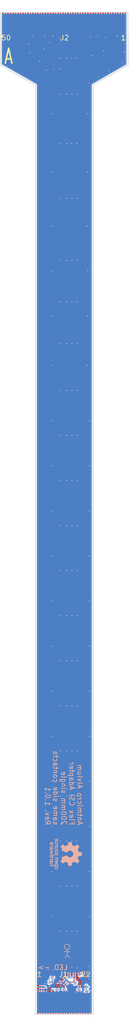
<source format=kicad_pcb>
(kicad_pcb (version 20171130) (host pcbnew 5.1.6+dfsg1-1~bpo10+1)
  (title_block (title "Antmicro Alvium flex CSI adapter") (rev 1.0.1) (comment 2 www.antmicro.com) (comment 3 "Antmicro Ltd."))
  (layers (0 F.Cu signal) (31 B.Cu signal) (34 B.Paste user) (35 F.Paste user) (36 B.SilkS user) (37 F.SilkS user) (38 B.Mask user) (39 F.Mask user) (44 Edge.Cuts user))
  (net 0 "")
  (net 1 "Net-(J2-Pad48)")
  (net 2 "Net-(J2-Pad47)")
  (net 3 "Net-(J2-Pad46)")
  (net 4 "Net-(J2-Pad45)")
  (net 5 "Net-(J2-Pad44)")
  (net 6 "Net-(J2-Pad43)")
  (net 7 "Net-(J2-Pad40)")
  (net 8 "Net-(J2-Pad39)")
  (net 9 "Net-(J2-Pad38)")
  (net 10 "Net-(J2-Pad37)")
  (net 11 "Net-(J2-Pad36)")
  (net 12 "Net-(J2-Pad35)")
  (net 13 "Net-(J2-Pad34)")
  (net 14 "Net-(J2-Pad33)")
  (net 15 "Net-(J2-Pad32)")
  (net 16 "Net-(J2-Pad31)")
  (net 17 "Net-(J2-Pad17)")
  (net 18 "Net-(J2-Pad16)")
  (net 19 "Net-(J2-Pad14)")
  (net 20 "Net-(J2-Pad13)")
  (net 21 "Net-(J2-Pad11)")
  (net 22 "Net-(J2-Pad10)")
  (net 23 "Net-(J2-Pad8)")
  (net 24 "Net-(J2-Pad7)")
  (net 25 "Net-(J2-Pad6)")
  (net 26 "Net-(J2-Pad5)")
  (net 27 "Net-(J2-Pad4)")
  (net 28 "Net-(J2-Pad3)")
  (net 29 "Net-(J2-Pad2)")
  (net 30 "Net-(J2-Pad1)")
  (net 31 /GND)
  (net 32 /CSI0_D0_P)
  (net 33 /CSI0_D0_N)
  (net 34 /CSI0_D1_P)
  (net 35 /CSI0_D1_N)
  (net 36 /CSI0_CLK_P)
  (net 37 /CSI0_CLK_N)
  (net 38 /CSI1_D0_P)
  (net 39 /CSI1_D0_N)
  (net 40 /CSI1_D1_P)
  (net 41 /CSI1_D1_N)
  (net 42 /5V)
  (net 43 /GPIO3)
  (net 44 /GPIO2)
  (net 45 /SDA)
  (net 46 /SCL)
  (module antmicro-alvium-flex-csi-adapter-footprints:oshw-logo (layer B.Cu) (at 163.5 232.75 90)
    (fp_text reference N1 hide)
    (fp_text value oshw_logo hide)
  )
  (module antmicro-alvium-flex-csi-adapter-footprints:WE_687622100002_FLEX (layer F.Cu) (at 163.173 262.6985)
    (fp_text reference J1 (at -0.173 -5.8985) (layer F.SilkS))
    (fp_text value WE_687622100002_FLEX)
    (pad 1 smd rect (at -5.25 -0.05) (size 0.3 4) (layers F.Cu F.Paste F.Mask) (net 42 /5V))
    (pad 2 smd rect (at -4.75 -0.05) (size 0.3 4) (layers F.Cu F.Paste F.Mask) (net 46 /SCL))
    (pad 3 smd rect (at -4.25 -0.05) (size 0.3 4) (layers F.Cu F.Paste F.Mask) (net 45 /SDA))
    (pad 4 smd rect (at -3.75 -0.05) (size 0.3 4) (layers F.Cu F.Paste F.Mask) (net 42 /5V))
    (pad 5 smd rect (at -3.25 -0.05) (size 0.3 4) (layers F.Cu F.Paste F.Mask) (net 44 /GPIO2))
    (pad 6 smd rect (at -2.75 -0.05) (size 0.3 4) (layers F.Cu F.Paste F.Mask) (net 43 /GPIO3))
    (pad 7 smd rect (at -2.25 -0.05) (size 0.3 4) (layers F.Cu F.Paste F.Mask) (net 42 /5V))
    (pad 8 smd rect (at -1.75 -0.05) (size 0.3 4) (layers F.Cu F.Paste F.Mask) (net 41 /CSI1_D1_N))
    (pad 9 smd rect (at -1.25 -0.05) (size 0.3 4) (layers F.Cu F.Paste F.Mask) (net 40 /CSI1_D1_P))
    (pad 10 smd rect (at -0.75 -0.05) (size 0.3 4) (layers F.Cu F.Paste F.Mask) (net 31 /GND))
    (pad 11 smd rect (at -0.25 -0.05) (size 0.3 4) (layers F.Cu F.Paste F.Mask) (net 39 /CSI1_D0_N))
    (pad 12 smd rect (at 0.25 -0.05) (size 0.3 4) (layers F.Cu F.Paste F.Mask) (net 38 /CSI1_D0_P))
    (pad 13 smd rect (at 0.75 -0.05) (size 0.3 4) (layers F.Cu F.Paste F.Mask) (net 31 /GND))
    (pad 14 smd rect (at 1.25 -0.05) (size 0.3 4) (layers F.Cu F.Paste F.Mask) (net 37 /CSI0_CLK_N))
    (pad 15 smd rect (at 1.75 -0.05) (size 0.3 4) (layers F.Cu F.Paste F.Mask) (net 36 /CSI0_CLK_P))
    (pad 16 smd rect (at 2.25 -0.05) (size 0.3 4) (layers F.Cu F.Paste F.Mask) (net 31 /GND))
    (pad 17 smd rect (at 2.75 -0.05) (size 0.3 4) (layers F.Cu F.Paste F.Mask) (net 35 /CSI0_D1_N))
    (pad 18 smd rect (at 3.25 -0.05) (size 0.3 4) (layers F.Cu F.Paste F.Mask) (net 34 /CSI0_D1_P))
    (pad 19 smd rect (at 3.75 -0.05) (size 0.3 4) (layers F.Cu F.Paste F.Mask) (net 31 /GND))
    (pad 20 smd rect (at 4.25 -0.05) (size 0.3 4) (layers F.Cu F.Paste F.Mask) (net 33 /CSI0_D0_N))
    (pad 21 smd rect (at 4.75 -0.05) (size 0.3 4) (layers F.Cu F.Paste F.Mask) (net 32 /CSI0_D0_P))
    (pad 22 smd rect (at 5.25 -0.05) (size 0.3 4) (layers F.Cu F.Paste F.Mask) (net 31 /GND))
  )
  (module antmicro-alvium-flex-csi-adapter-footprints:WE_687650100002_FLEX (layer F.Cu) (at 163.173 66.75 180)
    (fp_text reference J2 (at -0.077 -3.048) (layer F.SilkS))
    (fp_text value WE_687650100002_FLEX)
    (pad 50 smd rect (at 12.25 0 180) (size 0.3 4) (layers F.Cu F.Paste F.Mask) (net 42 /5V))
    (pad 49 smd rect (at 11.75 0 180) (size 0.3 4) (layers F.Cu F.Paste F.Mask) (net 42 /5V))
    (pad 48 smd rect (at 11.25 0 180) (size 0.3 4) (layers F.Cu F.Paste F.Mask) (net 1 "Net-(J2-Pad48)"))
    (pad 47 smd rect (at 10.75 0 180) (size 0.3 4) (layers F.Cu F.Paste F.Mask) (net 2 "Net-(J2-Pad47)"))
    (pad 46 smd rect (at 10.25 0 180) (size 0.3 4) (layers F.Cu F.Paste F.Mask) (net 3 "Net-(J2-Pad46)"))
    (pad 45 smd rect (at 9.75 0 180) (size 0.3 4) (layers F.Cu F.Paste F.Mask) (net 4 "Net-(J2-Pad45)"))
    (pad 44 smd rect (at 9.25 0 180) (size 0.3 4) (layers F.Cu F.Paste F.Mask) (net 5 "Net-(J2-Pad44)"))
    (pad 43 smd rect (at 8.75 0 180) (size 0.3 4) (layers F.Cu F.Paste F.Mask) (net 6 "Net-(J2-Pad43)"))
    (pad 42 smd rect (at 8.25 0 180) (size 0.3 4) (layers F.Cu F.Paste F.Mask) (net 46 /SCL))
    (pad 41 smd rect (at 7.75 0 180) (size 0.3 4) (layers F.Cu F.Paste F.Mask) (net 45 /SDA))
    (pad 40 smd rect (at 7.25 0 180) (size 0.3 4) (layers F.Cu F.Paste F.Mask) (net 7 "Net-(J2-Pad40)"))
    (pad 39 smd rect (at 6.75 0 180) (size 0.3 4) (layers F.Cu F.Paste F.Mask) (net 8 "Net-(J2-Pad39)"))
    (pad 38 smd rect (at 6.25 0 180) (size 0.3 4) (layers F.Cu F.Paste F.Mask) (net 9 "Net-(J2-Pad38)"))
    (pad 37 smd rect (at 5.75 0 180) (size 0.3 4) (layers F.Cu F.Paste F.Mask) (net 10 "Net-(J2-Pad37)"))
    (pad 36 smd rect (at 5.25 0 180) (size 0.3 4) (layers F.Cu F.Paste F.Mask) (net 11 "Net-(J2-Pad36)"))
    (pad 35 smd rect (at 4.75 0 180) (size 0.3 4) (layers F.Cu F.Paste F.Mask) (net 12 "Net-(J2-Pad35)"))
    (pad 34 smd rect (at 4.25 0 180) (size 0.3 4) (layers F.Cu F.Paste F.Mask) (net 13 "Net-(J2-Pad34)"))
    (pad 33 smd rect (at 3.75 0 180) (size 0.3 4) (layers F.Cu F.Paste F.Mask) (net 14 "Net-(J2-Pad33)"))
    (pad 32 smd rect (at 3.25 0 180) (size 0.3 4) (layers F.Cu F.Paste F.Mask) (net 15 "Net-(J2-Pad32)"))
    (pad 31 smd rect (at 2.75 0 180) (size 0.3 4) (layers F.Cu F.Paste F.Mask) (net 16 "Net-(J2-Pad31)"))
    (pad 30 smd rect (at 2.25 0 180) (size 0.3 4) (layers F.Cu F.Paste F.Mask) (net 31 /GND))
    (pad 29 smd rect (at 1.75 0 180) (size 0.3 4) (layers F.Cu F.Paste F.Mask) (net 36 /CSI0_CLK_P))
    (pad 28 smd rect (at 1.25 0 180) (size 0.3 4) (layers F.Cu F.Paste F.Mask) (net 37 /CSI0_CLK_N))
    (pad 27 smd rect (at 0.75 0 180) (size 0.3 4) (layers F.Cu F.Paste F.Mask) (net 31 /GND))
    (pad 26 smd rect (at 0.25 0 180) (size 0.3 4) (layers F.Cu F.Paste F.Mask) (net 32 /CSI0_D0_P))
    (pad 25 smd rect (at -0.25 0 180) (size 0.3 4) (layers F.Cu F.Paste F.Mask) (net 33 /CSI0_D0_N))
    (pad 24 smd rect (at -0.75 0 180) (size 0.3 4) (layers F.Cu F.Paste F.Mask) (net 34 /CSI0_D1_P))
    (pad 23 smd rect (at -1.25 0 180) (size 0.3 4) (layers F.Cu F.Paste F.Mask) (net 35 /CSI0_D1_N))
    (pad 22 smd rect (at -1.75 0 180) (size 0.3 4) (layers F.Cu F.Paste F.Mask) (net 38 /CSI1_D0_P))
    (pad 21 smd rect (at -2.25 0 180) (size 0.3 4) (layers F.Cu F.Paste F.Mask) (net 39 /CSI1_D0_N))
    (pad 20 smd rect (at -2.75 0 180) (size 0.3 4) (layers F.Cu F.Paste F.Mask) (net 40 /CSI1_D1_P))
    (pad 19 smd rect (at -3.25 0 180) (size 0.3 4) (layers F.Cu F.Paste F.Mask) (net 41 /CSI1_D1_N))
    (pad 18 smd rect (at -3.75 0 180) (size 0.3 4) (layers F.Cu F.Paste F.Mask) (net 31 /GND))
    (pad 17 smd rect (at -4.25 0 180) (size 0.3 4) (layers F.Cu F.Paste F.Mask) (net 17 "Net-(J2-Pad17)"))
    (pad 16 smd rect (at -4.75 0 180) (size 0.3 4) (layers F.Cu F.Paste F.Mask) (net 18 "Net-(J2-Pad16)"))
    (pad 15 smd rect (at -5.25 0 180) (size 0.3 4) (layers F.Cu F.Paste F.Mask) (net 31 /GND))
    (pad 14 smd rect (at -5.75 0 180) (size 0.3 4) (layers F.Cu F.Paste F.Mask) (net 19 "Net-(J2-Pad14)"))
    (pad 13 smd rect (at -6.25 0 180) (size 0.3 4) (layers F.Cu F.Paste F.Mask) (net 20 "Net-(J2-Pad13)"))
    (pad 12 smd rect (at -6.75 0 180) (size 0.3 4) (layers F.Cu F.Paste F.Mask) (net 31 /GND))
    (pad 11 smd rect (at -7.25 0 180) (size 0.3 4) (layers F.Cu F.Paste F.Mask) (net 21 "Net-(J2-Pad11)"))
    (pad 10 smd rect (at -7.75 0 180) (size 0.3 4) (layers F.Cu F.Paste F.Mask) (net 22 "Net-(J2-Pad10)"))
    (pad 9 smd rect (at -8.25 0 180) (size 0.3 4) (layers F.Cu F.Paste F.Mask) (net 31 /GND))
    (pad 8 smd rect (at -8.75 0 180) (size 0.3 4) (layers F.Cu F.Paste F.Mask) (net 23 "Net-(J2-Pad8)"))
    (pad 7 smd rect (at -9.25 0 180) (size 0.3 4) (layers F.Cu F.Paste F.Mask) (net 24 "Net-(J2-Pad7)"))
    (pad 6 smd rect (at -9.75 0 180) (size 0.3 4) (layers F.Cu F.Paste F.Mask) (net 25 "Net-(J2-Pad6)"))
    (pad 5 smd rect (at -10.25 0 180) (size 0.3 4) (layers F.Cu F.Paste F.Mask) (net 26 "Net-(J2-Pad5)"))
    (pad 4 smd rect (at -10.75 0 180) (size 0.3 4) (layers F.Cu F.Paste F.Mask) (net 27 "Net-(J2-Pad4)"))
    (pad 3 smd rect (at -11.25 0 180) (size 0.3 4) (layers F.Cu F.Paste F.Mask) (net 28 "Net-(J2-Pad3)"))
    (pad 2 smd rect (at -11.75 0 180) (size 0.3 4) (layers F.Cu F.Paste F.Mask) (net 29 "Net-(J2-Pad2)"))
    (pad 1 smd rect (at -12.25 0 180) (size 0.3 4) (layers F.Cu F.Paste F.Mask) (net 30 "Net-(J2-Pad1)"))
  )
  (gr_text "Antmicro Alvium\nFlex CSI Adapter\n200mm single\nsame side contacts\nRev. 1.0.1" (at 163.077 227.1015 270) (layer B.SilkS) (effects (font (size 1 1)) (justify left mirror)))
  (gr_text "LED ->" (at 163.9648 255.3934) (layer B.SilkS) (effects (font (size 1 1)) (justify left mirror)))
  (gr_line (start 164.3748 252.2634) (end 163.1348 252.2634) (layer B.SilkS) (width 0.12))
  (gr_line (start 163.7848 252.9734) (end 163.3848 253.4534) (layer B.SilkS) (width 0.12))
  (gr_line (start 163.7848 252.9734) (end 164.2548 253.4534) (layer B.SilkS) (width 0.12))
  (gr_line (start 163.7848 251.8734) (end 163.7848 252.9734) (layer B.SilkS) (width 0.12))
  (gr_circle (center 163.7648 251.3034) (end 163.4248 251.7334) (layer B.SilkS) (width 0.12))
  (gr_line (start 175.9 64.7) (end 175.929 75.25) (layer Edge.Cuts) (width 0.15))
  (gr_line (start 150.402 64.736) (end 175.9 64.7) (layer Edge.Cuts) (width 0.15))
  (gr_text A (at 152.05 73.5) (layer F.SilkS) (effects (font (size 3 2) (thickness 0.3))))
  (gr_text 1 (at 158.2 256.8) (layer B.SilkS) (effects (font (size 1 1)) (justify mirror)))
  (gr_text 22 (at 167.475 256.8) (layer B.SilkS) (effects (font (size 1 1)) (justify mirror)))
  (gr_text 1 (at 174.984 69.798) (layer F.SilkS) (effects (font (size 1 1))))
  (gr_text 50 (at 151.5525 69.798) (layer F.SilkS) (effects (font (size 1 1))))
  (gr_text 1 (at 158.225 256.8) (layer F.SilkS) (effects (font (size 1 1))))
  (gr_text 22 (at 167.475 256.8) (layer F.SilkS) (effects (font (size 1 1))))
  (gr_line (start 168.952 79.25) (end 175.929 75.25) (layer Edge.Cuts) (width 0.15))
  (gr_line (start 150.402 64.736) (end 150.402 75.25) (layer Edge.Cuts) (width 0.15))
  (gr_line (start 157.452 264.786) (end 168.952 264.786) (layer Edge.Cuts) (width 0.15))
  (gr_line (start 157.452 264.786) (end 157.452 79.25) (layer Edge.Cuts) (width 0.15))
  (gr_line (start 175.902 64.736) (end 175.902 75.286) (layer F.SilkS) (width 0.15))
  (gr_line (start 168.952 264.786) (end 168.952 79.25) (layer Edge.Cuts) (width 0.15))
  (gr_line (start 150.402 75.25) (end 157.452 79.25) (layer Edge.Cuts) (width 0.15))
  (via (at 160.6584 245.252) (size 0.35) (drill 0.15) (layers F.Cu B.Cu) (net 31))
  (via (at 168.1895 245.252) (size 0.35) (drill 0.15) (layers F.Cu B.Cu) (net 31))
  (via (at 162.411 248.173) (size 0.35) (drill 0.15) (layers F.Cu B.Cu) (net 31))
  (via (at 163.681 248.173) (size 0.35) (drill 0.15) (layers F.Cu B.Cu) (net 31))
  (via (at 164.697 248.173) (size 0.35) (drill 0.15) (layers F.Cu B.Cu) (net 31))
  (via (at 165.713 248.173) (size 0.35) (drill 0.15) (layers F.Cu B.Cu) (net 31))
  (via (at 160.6584 236.252) (size 0.35) (drill 0.15) (layers F.Cu B.Cu) (net 31))
  (via (at 168.1895 236.252) (size 0.35) (drill 0.15) (layers F.Cu B.Cu) (net 31))
  (via (at 162.411 239.173) (size 0.35) (drill 0.15) (layers F.Cu B.Cu) (net 31))
  (via (at 163.681 239.173) (size 0.35) (drill 0.15) (layers F.Cu B.Cu) (net 31))
  (via (at 164.697 239.173) (size 0.35) (drill 0.15) (layers F.Cu B.Cu) (net 31))
  (via (at 165.713 239.173) (size 0.35) (drill 0.15) (layers F.Cu B.Cu) (net 31))
  (via (at 160.6584 227.252) (size 0.35) (drill 0.15) (layers F.Cu B.Cu) (net 31))
  (via (at 168.1895 227.252) (size 0.35) (drill 0.15) (layers F.Cu B.Cu) (net 31))
  (via (at 162.411 230.173) (size 0.35) (drill 0.15) (layers F.Cu B.Cu) (net 31))
  (via (at 163.681 230.173) (size 0.35) (drill 0.15) (layers F.Cu B.Cu) (net 31))
  (via (at 164.697 230.173) (size 0.35) (drill 0.15) (layers F.Cu B.Cu) (net 31))
  (via (at 165.713 230.173) (size 0.35) (drill 0.15) (layers F.Cu B.Cu) (net 31))
  (via (at 160.6584 218.252) (size 0.35) (drill 0.15) (layers F.Cu B.Cu) (net 31))
  (via (at 168.1895 218.252) (size 0.35) (drill 0.15) (layers F.Cu B.Cu) (net 31))
  (via (at 162.411 221.173) (size 0.35) (drill 0.15) (layers F.Cu B.Cu) (net 31))
  (via (at 163.681 221.173) (size 0.35) (drill 0.15) (layers F.Cu B.Cu) (net 31))
  (via (at 164.697 221.173) (size 0.35) (drill 0.15) (layers F.Cu B.Cu) (net 31))
  (via (at 165.713 221.173) (size 0.35) (drill 0.15) (layers F.Cu B.Cu) (net 31))
  (via (at 160.6584 209.252) (size 0.35) (drill 0.15) (layers F.Cu B.Cu) (net 31))
  (via (at 168.1895 209.252) (size 0.35) (drill 0.15) (layers F.Cu B.Cu) (net 31))
  (via (at 162.411 212.173) (size 0.35) (drill 0.15) (layers F.Cu B.Cu) (net 31))
  (via (at 163.681 212.173) (size 0.35) (drill 0.15) (layers F.Cu B.Cu) (net 31))
  (via (at 164.697 212.173) (size 0.35) (drill 0.15) (layers F.Cu B.Cu) (net 31))
  (via (at 165.713 212.173) (size 0.35) (drill 0.15) (layers F.Cu B.Cu) (net 31))
  (via (at 160.6584 200.252) (size 0.35) (drill 0.15) (layers F.Cu B.Cu) (net 31))
  (via (at 168.1895 200.252) (size 0.35) (drill 0.15) (layers F.Cu B.Cu) (net 31))
  (via (at 162.411 203.173) (size 0.35) (drill 0.15) (layers F.Cu B.Cu) (net 31))
  (via (at 163.681 203.173) (size 0.35) (drill 0.15) (layers F.Cu B.Cu) (net 31))
  (via (at 164.697 203.173) (size 0.35) (drill 0.15) (layers F.Cu B.Cu) (net 31))
  (via (at 165.713 203.173) (size 0.35) (drill 0.15) (layers F.Cu B.Cu) (net 31))
  (via (at 160.6584 191.252) (size 0.35) (drill 0.15) (layers F.Cu B.Cu) (net 31))
  (via (at 168.1895 191.252) (size 0.35) (drill 0.15) (layers F.Cu B.Cu) (net 31))
  (via (at 162.411 194.173) (size 0.35) (drill 0.15) (layers F.Cu B.Cu) (net 31))
  (via (at 163.681 194.173) (size 0.35) (drill 0.15) (layers F.Cu B.Cu) (net 31))
  (via (at 164.697 194.173) (size 0.35) (drill 0.15) (layers F.Cu B.Cu) (net 31))
  (via (at 165.713 194.173) (size 0.35) (drill 0.15) (layers F.Cu B.Cu) (net 31))
  (via (at 160.6584 182.252) (size 0.35) (drill 0.15) (layers F.Cu B.Cu) (net 31))
  (via (at 168.1895 182.252) (size 0.35) (drill 0.15) (layers F.Cu B.Cu) (net 31))
  (via (at 162.411 185.173) (size 0.35) (drill 0.15) (layers F.Cu B.Cu) (net 31))
  (via (at 163.681 185.173) (size 0.35) (drill 0.15) (layers F.Cu B.Cu) (net 31))
  (via (at 164.697 185.173) (size 0.35) (drill 0.15) (layers F.Cu B.Cu) (net 31))
  (via (at 165.713 185.173) (size 0.35) (drill 0.15) (layers F.Cu B.Cu) (net 31))
  (via (at 160.6584 173.252) (size 0.35) (drill 0.15) (layers F.Cu B.Cu) (net 31))
  (via (at 168.1895 173.252) (size 0.35) (drill 0.15) (layers F.Cu B.Cu) (net 31))
  (via (at 162.411 176.173) (size 0.35) (drill 0.15) (layers F.Cu B.Cu) (net 31))
  (via (at 163.681 176.173) (size 0.35) (drill 0.15) (layers F.Cu B.Cu) (net 31))
  (via (at 164.697 176.173) (size 0.35) (drill 0.15) (layers F.Cu B.Cu) (net 31))
  (via (at 165.713 176.173) (size 0.35) (drill 0.15) (layers F.Cu B.Cu) (net 31))
  (via (at 160.6584 164.252) (size 0.35) (drill 0.15) (layers F.Cu B.Cu) (net 31))
  (via (at 168.1895 164.252) (size 0.35) (drill 0.15) (layers F.Cu B.Cu) (net 31))
  (via (at 162.411 167.173) (size 0.35) (drill 0.15) (layers F.Cu B.Cu) (net 31))
  (via (at 163.681 167.173) (size 0.35) (drill 0.15) (layers F.Cu B.Cu) (net 31))
  (via (at 164.697 167.173) (size 0.35) (drill 0.15) (layers F.Cu B.Cu) (net 31))
  (via (at 165.713 167.173) (size 0.35) (drill 0.15) (layers F.Cu B.Cu) (net 31))
  (via (at 160.6584 155.252) (size 0.35) (drill 0.15) (layers F.Cu B.Cu) (net 31))
  (via (at 168.1895 155.252) (size 0.35) (drill 0.15) (layers F.Cu B.Cu) (net 31))
  (via (at 162.411 158.173) (size 0.35) (drill 0.15) (layers F.Cu B.Cu) (net 31))
  (via (at 163.681 158.173) (size 0.35) (drill 0.15) (layers F.Cu B.Cu) (net 31))
  (via (at 164.697 158.173) (size 0.35) (drill 0.15) (layers F.Cu B.Cu) (net 31))
  (via (at 165.713 158.173) (size 0.35) (drill 0.15) (layers F.Cu B.Cu) (net 31))
  (via (at 156.782 69.516) (size 0.35) (drill 0.15) (layers F.Cu B.Cu) (net 31))
  (via (at 162.411 73.862) (size 0.35) (drill 0.15) (layers F.Cu B.Cu) (net 31))
  (via (at 163.681 73.862) (size 0.35) (drill 0.15) (layers F.Cu B.Cu) (net 31))
  (via (at 164.6335 73.862) (size 0.35) (drill 0.15) (layers F.Cu B.Cu) (net 31))
  (via (at 165.6495 73.862) (size 0.35) (drill 0.15) (layers F.Cu B.Cu) (net 31))
  (via (at 156.315 72.7825) (size 0.35) (drill 0.15) (layers F.Cu B.Cu) (net 31))
  (via (at 158.22 74.497) (size 0.35) (drill 0.15) (layers F.Cu B.Cu) (net 31))
  (via (at 173.7775 69.417) (size 0.35) (drill 0.15) (layers F.Cu B.Cu) (net 31))
  (via (at 175.1745 70.306) (size 0.35) (drill 0.15) (layers F.Cu B.Cu) (net 31))
  (via (at 174.7935 74.6875) (size 0.35) (drill 0.15) (layers F.Cu B.Cu) (net 31))
  (via (at 172.1265 76.3385) (size 0.35) (drill 0.15) (layers F.Cu B.Cu) (net 31))
  (via (at 170.031 77.4815) (size 0.35) (drill 0.15) (layers F.Cu B.Cu) (net 31))
  (via (at 168.1895 78.815) (size 0.35) (drill 0.15) (layers F.Cu B.Cu) (net 31))
  (via (at 168.761 73.354) (size 0.35) (drill 0.15) (layers F.Cu B.Cu) (net 31))
  (via (at 171.047 72.4015) (size 0.35) (drill 0.15) (layers F.Cu B.Cu) (net 31))
  (via (at 162.411 81.0375) (size 0.35) (drill 0.15) (layers F.Cu B.Cu) (net 31))
  (via (at 163.6175 81.0375) (size 0.35) (drill 0.15) (layers F.Cu B.Cu) (net 31))
  (via (at 164.697 81.0375) (size 0.35) (drill 0.15) (layers F.Cu B.Cu) (net 31))
  (via (at 165.713 81.101) (size 0.35) (drill 0.15) (layers F.Cu B.Cu) (net 31))
  (via (at 167.872 84.9745) (size 0.35) (drill 0.15) (layers F.Cu B.Cu) (net 31))
  (via (at 167.8085 96.595) (size 0.35) (drill 0.15) (layers F.Cu B.Cu) (net 31))
  (via (at 162.411 90.9435) (size 0.35) (drill 0.15) (layers F.Cu B.Cu) (net 31))
  (via (at 163.681 90.88) (size 0.35) (drill 0.15) (layers F.Cu B.Cu) (net 31))
  (via (at 164.6335 90.88) (size 0.35) (drill 0.15) (layers F.Cu B.Cu) (net 31))
  (via (at 165.713 90.88) (size 0.35) (drill 0.15) (layers F.Cu B.Cu) (net 31))
  (via (at 162.411 101.8655) (size 0.35) (drill 0.15) (layers F.Cu B.Cu) (net 31))
  (via (at 163.681 101.8655) (size 0.35) (drill 0.15) (layers F.Cu B.Cu) (net 31))
  (via (at 164.697 101.8655) (size 0.35) (drill 0.15) (layers F.Cu B.Cu) (net 31))
  (via (at 165.713 101.8655) (size 0.35) (drill 0.15) (layers F.Cu B.Cu) (net 31))
  (via (at 167.8085 107.39) (size 0.35) (drill 0.15) (layers F.Cu B.Cu) (net 31))
  (via (at 162.3475 114.248) (size 0.35) (drill 0.15) (layers F.Cu B.Cu) (net 31))
  (via (at 163.681 114.248) (size 0.35) (drill 0.15) (layers F.Cu B.Cu) (net 31))
  (via (at 164.697 114.248) (size 0.35) (drill 0.15) (layers F.Cu B.Cu) (net 31))
  (via (at 165.713 114.248) (size 0.35) (drill 0.15) (layers F.Cu B.Cu) (net 31))
  (via (at 167.872 116.28) (size 0.35) (drill 0.15) (layers F.Cu B.Cu) (net 31))
  (via (at 162.411 122.503) (size 0.35) (drill 0.15) (layers F.Cu B.Cu) (net 31))
  (via (at 163.681 122.503) (size 0.35) (drill 0.15) (layers F.Cu B.Cu) (net 31))
  (via (at 164.697 122.503) (size 0.35) (drill 0.15) (layers F.Cu B.Cu) (net 31))
  (via (at 165.6495 122.503) (size 0.35) (drill 0.15) (layers F.Cu B.Cu) (net 31))
  (via (at 167.8085 125.3605) (size 0.35) (drill 0.15) (layers F.Cu B.Cu) (net 31))
  (via (at 167.745 135.203) (size 0.35) (drill 0.15) (layers F.Cu B.Cu) (net 31))
  (via (at 162.411 130.8215) (size 0.35) (drill 0.15) (layers F.Cu B.Cu) (net 31))
  (via (at 163.681 130.8215) (size 0.35) (drill 0.15) (layers F.Cu B.Cu) (net 31))
  (via (at 164.697 130.8215) (size 0.35) (drill 0.15) (layers F.Cu B.Cu) (net 31))
  (via (at 165.713 130.8215) (size 0.35) (drill 0.15) (layers F.Cu B.Cu) (net 31))
  (via (at 162.3475 140.2195) (size 0.35) (drill 0.15) (layers F.Cu B.Cu) (net 31))
  (via (at 163.681 140.2195) (size 0.35) (drill 0.15) (layers F.Cu B.Cu) (net 31))
  (via (at 164.697 140.2195) (size 0.35) (drill 0.15) (layers F.Cu B.Cu) (net 31))
  (via (at 165.713 140.2195) (size 0.35) (drill 0.15) (layers F.Cu B.Cu) (net 31))
  (via (at 168.1895 146.252) (size 0.35) (drill 0.15) (layers F.Cu B.Cu) (net 31))
  (via (at 167.999 255.142) (size 0.35) (drill 0.15) (layers F.Cu B.Cu) (net 31))
  (via (at 162.411 149.173) (size 0.35) (drill 0.15) (layers F.Cu B.Cu) (net 31))
  (via (at 163.681 149.173) (size 0.35) (drill 0.15) (layers F.Cu B.Cu) (net 31))
  (via (at 164.697 149.173) (size 0.35) (drill 0.15) (layers F.Cu B.Cu) (net 31))
  (via (at 165.713 149.173) (size 0.35) (drill 0.15) (layers F.Cu B.Cu) (net 31))
  (via (at 162.411 255.65) (size 0.35) (drill 0.15) (layers F.Cu B.Cu) (net 31))
  (via (at 163.681 255.4595) (size 0.35) (drill 0.15) (layers F.Cu B.Cu) (net 31))
  (via (at 164.697 255.396) (size 0.35) (drill 0.15) (layers F.Cu B.Cu) (net 31))
  (via (at 165.713 255.523) (size 0.35) (drill 0.15) (layers F.Cu B.Cu) (net 31))
  (via (at 168.126 257.682) (size 0.35) (drill 0.15) (layers F.Cu B.Cu) (net 31))
  (via (at 160.252 259.2695) (size 0.35) (drill 0.15) (layers F.Cu B.Cu) (net 31))
  (via (at 159.3376 258.5964) (size 0.35) (drill 0.15) (layers F.Cu B.Cu) (net 31))
  (via (at 159.9472 255.8532) (size 0.35) (drill 0.15) (layers F.Cu B.Cu) (net 31))
  (via (at 161.0648 255.904) (size 0.35) (drill 0.15) (layers F.Cu B.Cu) (net 31))
  (via (at 161.014 76.0464) (size 0.35) (drill 0.15) (layers F.Cu B.Cu) (net 31))
  (via (at 162.3348 75.9956) (size 0.35) (drill 0.15) (layers F.Cu B.Cu) (net 31))
  (via (at 159.6424 76.2496) (size 0.35) (drill 0.15) (layers F.Cu B.Cu) (net 31))
  (via (at 160.252 70.7632) (size 0.35) (drill 0.15) (layers F.Cu B.Cu) (net 31))
  (via (at 159.2868 69.3408) (size 0.35) (drill 0.15) (layers F.Cu B.Cu) (net 31))
  (via (at 159.0836 72.0332) (size 0.35) (drill 0.15) (layers F.Cu B.Cu) (net 31))
  (via (at 156.0864 71.0172) (size 0.35) (drill 0.15) (layers F.Cu B.Cu) (net 31))
  (via (at 175.1872 72.6428) (size 0.35) (drill 0.15) (layers F.Cu B.Cu) (net 31))
  (via (at 160.6584 146.252) (size 0.35) (drill 0.15) (layers F.Cu B.Cu) (net 31))
  (via (at 160.6076 135.1776) (size 0.35) (drill 0.15) (layers F.Cu B.Cu) (net 31))
  (via (at 160.6584 125.3224) (size 0.35) (drill 0.15) (layers F.Cu B.Cu) (net 31))
  (via (at 160.6076 116.3308) (size 0.35) (drill 0.15) (layers F.Cu B.Cu) (net 31))
  (via (at 160.6076 107.39) (size 0.35) (drill 0.15) (layers F.Cu B.Cu) (net 31))
  (via (at 160.6584 96.6204) (size 0.35) (drill 0.15) (layers F.Cu B.Cu) (net 31))
  (via (at 160.6076 84.9872) (size 0.35) (drill 0.15) (layers F.Cu B.Cu) (net 31))
  (segment (start 171.423 66.75) (end 171.423 69.7395) (width 0.3) (layer F.Cu) (net 31))
  (segment (start 168.423 66.75) (end 168.423 69.615) (width 0.3) (layer F.Cu) (net 31))
  (segment (start 166.923 66.75) (end 166.923 69.467) (width 0.3) (layer F.Cu) (net 31))
  (segment (start 160.923 66.75) (end 160.923 69.385) (width 0.3) (layer F.Cu) (net 31))
  (segment (start 169.923 66.75) (end 169.923 69.547) (width 0.3) (layer F.Cu) (net 31))
  (via (at 166.9195 260.349) (size 0.35) (drill 0.15) (layers F.Cu B.Cu) (net 31))
  (segment (start 166.923 262.6485) (end 166.923 260.3525) (width 0.3) (layer F.Cu) (net 31))
  (segment (start 166.923 260.3525) (end 166.9195 260.349) (width 0.3) (layer F.Cu) (net 31))
  (via (at 165.3955 260.349) (size 0.35) (drill 0.15) (layers F.Cu B.Cu) (net 31))
  (segment (start 165.423 262.6485) (end 165.423 260.3765) (width 0.3) (layer F.Cu) (net 31))
  (segment (start 165.423 260.3765) (end 165.3955 260.349) (width 0.3) (layer F.Cu) (net 31))
  (via (at 163.8715 260.2855) (size 0.35) (drill 0.15) (layers F.Cu B.Cu) (net 31))
  (segment (start 163.923 262.6485) (end 163.923 260.337) (width 0.3) (layer F.Cu) (net 31))
  (segment (start 163.923 260.337) (end 163.8715 260.2855) (width 0.3) (layer F.Cu) (net 31))
  (via (at 168.423 69.615) (size 0.35) (drill 0.15) (layers F.Cu B.Cu) (net 31))
  (via (at 169.923 69.547) (size 0.35) (drill 0.15) (layers F.Cu B.Cu) (net 31))
  (segment (start 171.423 69.7395) (end 171.423 69.877) (width 0.3) (layer F.Cu) (net 31))
  (via (at 171.423 69.7395) (size 0.35) (drill 0.15) (layers F.Cu B.Cu) (net 31))
  (via (at 162.411 259.079) (size 0.35) (drill 0.15) (layers F.Cu B.Cu) (net 31))
  (segment (start 162.423 69.913) (end 162.423 70.3575) (width 0.5) (layer F.Cu) (net 31))
  (via (at 162.423 69.913) (size 0.35) (drill 0.15) (layers F.Cu B.Cu) (net 31))
  (segment (start 162.423 66.9285) (end 162.423 69.913) (width 0.3) (layer F.Cu) (net 31))
  (segment (start 162.423 66.75) (end 162.423 66.9285) (width 0.3) (layer F.Cu) (net 31))
  (via (at 160.923 69.385) (size 0.35) (drill 0.15) (layers F.Cu B.Cu) (net 31))
  (via (at 168.4308 260.0188) (size 0.35) (drill 0.15) (layers F.Cu B.Cu) (net 31))
  (segment (start 168.423 262.6485) (end 168.423 260.0266) (width 0.3) (layer F.Cu) (net 31))
  (segment (start 168.423 260.0266) (end 168.4308 260.0188) (width 0.3) (layer F.Cu) (net 31))
  (segment (start 162.423 259.091) (end 162.423 259.877) (width 0.3) (layer F.Cu) (net 31))
  (segment (start 162.423 262.6485) (end 162.423 259.877) (width 0.3) (layer F.Cu) (net 31))
  (segment (start 167.923 262.6485) (end 167.923 260.7985) (width 0.1) (layer F.Cu) (net 32))
  (segment (start 167.923 260.7985) (end 167.773 260.6485) (width 0.1) (layer F.Cu) (net 32))
  (segment (start 167.773 260.6485) (end 167.773 260.273498) (width 0.1) (layer F.Cu) (net 32))
  (via (at 167.898 260.148498) (size 0.35) (drill 0.15) (layers F.Cu B.Cu) (net 32))
  (segment (start 167.773 260.273498) (end 167.898 260.148498) (width 0.1) (layer F.Cu) (net 32))
  (segment (start 167.898 260.148498) (end 167.773 260.023498) (width 0.1) (layer B.Cu) (net 32))
  (via (at 167.9041 259.3016) (size 0.35) (drill 0.15) (layers F.Cu B.Cu) (net 32))
  (segment (start 167.727322 259.3016) (end 167.648 259.380922) (width 0.1) (layer B.Cu) (net 32))
  (segment (start 167.9041 259.3016) (end 167.727322 259.3016) (width 0.1) (layer B.Cu) (net 32))
  (segment (start 167.648 259.380922) (end 167.648 259.815642) (width 0.1) (layer B.Cu) (net 32))
  (segment (start 167.648 259.815642) (end 167.773008 259.94065) (width 0.1) (layer B.Cu) (net 32))
  (segment (start 167.773008 259.94065) (end 167.773008 260.023506) (width 0.1) (layer B.Cu) (net 32))
  (segment (start 167.773008 260.023506) (end 167.898 260.148498) (width 0.1) (layer B.Cu) (net 32))
  (segment (start 163.323407 75.745575) (end 163.395076 75.7375) (width 0.1) (layer F.Cu) (net 32))
  (segment (start 163.073 69.900001) (end 162.923 69.750001) (width 0.1) (layer F.Cu) (net 32))
  (segment (start 162.469119 74.7375) (end 162.923 74.7375) (width 0.1) (layer F.Cu) (net 32))
  (segment (start 162.147612 74.993893) (end 162.172002 74.924191) (width 0.1) (layer F.Cu) (net 32))
  (segment (start 163.016524 74.704774) (end 163.040275 74.681023) (width 0.1) (layer F.Cu) (net 32))
  (segment (start 162.326035 75.404841) (end 162.263507 75.365553) (width 0.1) (layer F.Cu) (net 32))
  (segment (start 162.923 74.7375) (end 162.956379 74.733739) (width 0.1) (layer F.Cu) (net 32))
  (segment (start 162.395737 75.429231) (end 162.326035 75.404841) (width 0.1) (layer F.Cu) (net 32))
  (segment (start 162.395737 74.745768) (end 162.469119 74.7375) (width 0.1) (layer F.Cu) (net 32))
  (segment (start 162.139343 75.067275) (end 162.147612 74.993893) (width 0.1) (layer F.Cu) (net 32))
  (segment (start 162.139343 75.107724) (end 162.139343 75.067275) (width 0.1) (layer F.Cu) (net 32))
  (segment (start 162.172002 75.250808) (end 162.147612 75.181106) (width 0.1) (layer F.Cu) (net 32))
  (segment (start 162.21129 75.313336) (end 162.172002 75.250808) (width 0.1) (layer F.Cu) (net 32))
  (segment (start 162.263507 75.365553) (end 162.21129 75.313336) (width 0.1) (layer F.Cu) (net 32))
  (segment (start 163.625714 75.6841) (end 163.642611 75.657208) (width 0.1) (layer F.Cu) (net 32))
  (segment (start 162.172002 74.924191) (end 162.21129 74.861663) (width 0.1) (layer F.Cu) (net 32))
  (segment (start 163.514829 75.4375) (end 162.469119 75.4375) (width 0.1) (layer F.Cu) (net 32))
  (segment (start 162.923 69.750001) (end 162.923 66.75) (width 0.1) (layer F.Cu) (net 32))
  (segment (start 163.194264 75.807766) (end 163.255332 75.769395) (width 0.1) (layer F.Cu) (net 32))
  (segment (start 167.727322 259.3016) (end 167.659422 259.3695) (width 0.1) (layer F.Cu) (net 32))
  (segment (start 167.9041 259.3016) (end 167.727322 259.3016) (width 0.1) (layer F.Cu) (net 32))
  (segment (start 164.973078 259.3695) (end 163.073 257.469422) (width 0.1) (layer F.Cu) (net 32))
  (segment (start 163.625714 75.490899) (end 163.603257 75.468442) (width 0.1) (layer F.Cu) (net 32))
  (segment (start 163.073 257.469422) (end 163.073 76.059576) (width 0.1) (layer F.Cu) (net 32))
  (segment (start 163.073 76.059576) (end 163.081075 75.987907) (width 0.1) (layer F.Cu) (net 32))
  (segment (start 167.659422 259.3695) (end 164.973078 259.3695) (width 0.1) (layer F.Cu) (net 32))
  (segment (start 162.988083 74.722645) (end 163.016524 74.704774) (width 0.1) (layer F.Cu) (net 32))
  (segment (start 162.21129 74.861663) (end 162.263507 74.809446) (width 0.1) (layer F.Cu) (net 32))
  (segment (start 162.469119 75.4375) (end 162.395737 75.429231) (width 0.1) (layer F.Cu) (net 32))
  (segment (start 163.255332 75.769395) (end 163.323407 75.745575) (width 0.1) (layer F.Cu) (net 32))
  (segment (start 162.263507 74.809446) (end 162.326035 74.770158) (width 0.1) (layer F.Cu) (net 32))
  (segment (start 163.603257 75.706557) (end 163.625714 75.6841) (width 0.1) (layer F.Cu) (net 32))
  (segment (start 163.603257 75.468442) (end 163.576365 75.451545) (width 0.1) (layer F.Cu) (net 32))
  (segment (start 163.081075 75.987907) (end 163.104895 75.919832) (width 0.1) (layer F.Cu) (net 32))
  (segment (start 163.576365 75.451545) (end 163.546388 75.441055) (width 0.1) (layer F.Cu) (net 32))
  (segment (start 163.104895 75.919832) (end 163.143266 75.858764) (width 0.1) (layer F.Cu) (net 32))
  (segment (start 163.395076 75.7375) (end 163.514829 75.7375) (width 0.1) (layer F.Cu) (net 32))
  (segment (start 162.326035 74.770158) (end 162.395737 74.745768) (width 0.1) (layer F.Cu) (net 32))
  (segment (start 163.656657 75.595672) (end 163.656657 75.579328) (width 0.1) (layer F.Cu) (net 32))
  (segment (start 162.956379 74.733739) (end 162.988083 74.722645) (width 0.1) (layer F.Cu) (net 32))
  (segment (start 163.653101 75.547768) (end 163.642611 75.517791) (width 0.1) (layer F.Cu) (net 32))
  (segment (start 163.514829 75.7375) (end 163.546388 75.733944) (width 0.1) (layer F.Cu) (net 32))
  (segment (start 163.143266 75.858764) (end 163.194264 75.807766) (width 0.1) (layer F.Cu) (net 32))
  (segment (start 163.642611 75.657208) (end 163.653101 75.627231) (width 0.1) (layer F.Cu) (net 32))
  (segment (start 163.656657 75.579328) (end 163.653101 75.547768) (width 0.1) (layer F.Cu) (net 32))
  (segment (start 163.653101 75.627231) (end 163.656657 75.595672) (width 0.1) (layer F.Cu) (net 32))
  (segment (start 163.642611 75.517791) (end 163.625714 75.490899) (width 0.1) (layer F.Cu) (net 32))
  (segment (start 163.06924 74.620878) (end 163.073 74.5875) (width 0.1) (layer F.Cu) (net 32))
  (segment (start 163.546388 75.441055) (end 163.514829 75.4375) (width 0.1) (layer F.Cu) (net 32))
  (segment (start 163.576365 75.723454) (end 163.603257 75.706557) (width 0.1) (layer F.Cu) (net 32))
  (segment (start 162.147612 75.181106) (end 162.139343 75.107724) (width 0.1) (layer F.Cu) (net 32))
  (segment (start 163.040275 74.681023) (end 163.058146 74.652582) (width 0.1) (layer F.Cu) (net 32))
  (segment (start 163.058146 74.652582) (end 163.06924 74.620878) (width 0.1) (layer F.Cu) (net 32))
  (segment (start 163.546388 75.733944) (end 163.576365 75.723454) (width 0.1) (layer F.Cu) (net 32))
  (segment (start 163.073 74.5875) (end 163.073 69.900001) (width 0.1) (layer F.Cu) (net 32))
  (segment (start 167.573 260.273498) (end 167.448 260.148498) (width 0.1) (layer F.Cu) (net 33))
  (segment (start 167.573 260.6485) (end 167.573 260.273498) (width 0.1) (layer F.Cu) (net 33))
  (segment (start 167.423 260.7985) (end 167.573 260.6485) (width 0.1) (layer F.Cu) (net 33))
  (segment (start 167.423 262.6485) (end 167.423 260.7985) (width 0.1) (layer F.Cu) (net 33))
  (via (at 167.448 260.148498) (size 0.35) (drill 0.15) (layers F.Cu B.Cu) (net 33))
  (via (at 167.5859 258.9834) (size 0.35) (drill 0.15) (layers F.Cu B.Cu) (net 33))
  (segment (start 167.448 259.298078) (end 167.448 260.148498) (width 0.1) (layer B.Cu) (net 33))
  (segment (start 167.5859 259.160178) (end 167.448 259.298078) (width 0.1) (layer B.Cu) (net 33))
  (segment (start 167.5859 258.9834) (end 167.5859 259.160178) (width 0.1) (layer B.Cu) (net 33))
  (segment (start 163.273 69.900001) (end 163.423 69.750001) (width 0.1) (layer F.Cu) (net 33))
  (segment (start 163.264732 74.681106) (end 163.273 74.607724) (width 0.1) (layer F.Cu) (net 33))
  (segment (start 163.201054 74.813336) (end 163.240342 74.750808) (width 0.1) (layer F.Cu) (net 33))
  (segment (start 163.148837 74.865553) (end 163.201054 74.813336) (width 0.1) (layer F.Cu) (net 33))
  (segment (start 162.489343 74.9375) (end 162.943225 74.9375) (width 0.1) (layer F.Cu) (net 33))
  (segment (start 162.424261 74.952354) (end 162.455965 74.94126) (width 0.1) (layer F.Cu) (net 33))
  (segment (start 165.055922 259.1695) (end 163.273 257.386578) (width 0.1) (layer F.Cu) (net 33))
  (segment (start 163.273 74.607724) (end 163.273 69.900001) (width 0.1) (layer F.Cu) (net 33))
  (segment (start 162.455965 74.94126) (end 162.489343 74.9375) (width 0.1) (layer F.Cu) (net 33))
  (segment (start 163.300271 76.389436) (end 163.285378 76.365735) (width 0.1) (layer F.Cu) (net 33))
  (segment (start 163.53458 75.2375) (end 162.489343 75.2375) (width 0.1) (layer F.Cu) (net 33))
  (segment (start 163.50151 76.683365) (end 163.52793 76.674121) (width 0.1) (layer F.Cu) (net 33))
  (segment (start 162.343104 75.120878) (end 162.339343 75.0875) (width 0.1) (layer F.Cu) (net 33))
  (segment (start 167.576578 259.1695) (end 165.055922 259.1695) (width 0.1) (layer F.Cu) (net 33))
  (segment (start 163.086309 74.904841) (end 163.148837 74.865553) (width 0.1) (layer F.Cu) (net 33))
  (segment (start 163.606249 75.245575) (end 163.53458 75.2375) (width 0.1) (layer F.Cu) (net 33))
  (segment (start 163.52793 76.674121) (end 163.551631 76.659228) (width 0.1) (layer F.Cu) (net 33))
  (segment (start 163.824761 75.419832) (end 163.78639 75.358764) (width 0.1) (layer F.Cu) (net 33))
  (segment (start 163.735392 75.867233) (end 163.78639 75.816235) (width 0.1) (layer F.Cu) (net 33))
  (segment (start 163.326399 75.968442) (end 163.353291 75.951545) (width 0.1) (layer F.Cu) (net 33))
  (segment (start 163.551631 76.463771) (end 163.52793 76.448878) (width 0.1) (layer F.Cu) (net 33))
  (segment (start 163.273 257.386578) (end 163.273 76.8115) (width 0.1) (layer F.Cu) (net 33))
  (segment (start 163.53458 75.9375) (end 163.606249 75.929424) (width 0.1) (layer F.Cu) (net 33))
  (segment (start 162.372069 75.181023) (end 162.354198 75.152582) (width 0.1) (layer F.Cu) (net 33))
  (segment (start 163.674324 75.905604) (end 163.735392 75.867233) (width 0.1) (layer F.Cu) (net 33))
  (segment (start 163.674324 75.269395) (end 163.606249 75.245575) (width 0.1) (layer F.Cu) (net 33))
  (segment (start 163.240342 74.750808) (end 163.264732 74.681106) (width 0.1) (layer F.Cu) (net 33))
  (segment (start 163.398 76.6865) (end 163.473695 76.6865) (width 0.1) (layer F.Cu) (net 33))
  (segment (start 163.303942 75.990899) (end 163.326399 75.968442) (width 0.1) (layer F.Cu) (net 33))
  (segment (start 163.273 76.8115) (end 163.276134 76.783684) (width 0.1) (layer F.Cu) (net 33))
  (segment (start 163.320063 76.409228) (end 163.300271 76.389436) (width 0.1) (layer F.Cu) (net 33))
  (segment (start 163.423 69.750001) (end 163.423 66.75) (width 0.1) (layer F.Cu) (net 33))
  (segment (start 167.5859 258.9834) (end 167.5859 259.160178) (width 0.1) (layer F.Cu) (net 33))
  (segment (start 163.276134 76.783684) (end 163.285378 76.757264) (width 0.1) (layer F.Cu) (net 33))
  (segment (start 163.285378 76.757264) (end 163.300271 76.733563) (width 0.1) (layer F.Cu) (net 33))
  (segment (start 163.343764 76.424121) (end 163.320063 76.409228) (width 0.1) (layer F.Cu) (net 33))
  (segment (start 163.586316 76.615735) (end 163.59556 76.589315) (width 0.1) (layer F.Cu) (net 33))
  (segment (start 163.300271 76.733563) (end 163.320063 76.713771) (width 0.1) (layer F.Cu) (net 33))
  (segment (start 162.489343 75.2375) (end 162.455965 75.233739) (width 0.1) (layer F.Cu) (net 33))
  (segment (start 163.606249 75.929424) (end 163.674324 75.905604) (width 0.1) (layer F.Cu) (net 33))
  (segment (start 163.848581 75.487907) (end 163.824761 75.419832) (width 0.1) (layer F.Cu) (net 33))
  (segment (start 163.343764 76.698878) (end 163.370184 76.689634) (width 0.1) (layer F.Cu) (net 33))
  (segment (start 163.285378 76.365735) (end 163.276134 76.339315) (width 0.1) (layer F.Cu) (net 33))
  (segment (start 163.370184 76.689634) (end 163.398 76.6865) (width 0.1) (layer F.Cu) (net 33))
  (segment (start 163.473695 76.6865) (end 163.50151 76.683365) (width 0.1) (layer F.Cu) (net 33))
  (segment (start 163.59556 76.533684) (end 163.586316 76.507264) (width 0.1) (layer F.Cu) (net 33))
  (segment (start 163.320063 76.713771) (end 163.343764 76.698878) (width 0.1) (layer F.Cu) (net 33))
  (segment (start 163.551631 76.659228) (end 163.571423 76.639436) (width 0.1) (layer F.Cu) (net 33))
  (segment (start 163.78639 75.358764) (end 163.735392 75.307766) (width 0.1) (layer F.Cu) (net 33))
  (segment (start 163.571423 76.639436) (end 163.586316 76.615735) (width 0.1) (layer F.Cu) (net 33))
  (segment (start 163.59556 76.589315) (end 163.598695 76.5615) (width 0.1) (layer F.Cu) (net 33))
  (segment (start 163.598695 76.5615) (end 163.59556 76.533684) (width 0.1) (layer F.Cu) (net 33))
  (segment (start 163.586316 76.507264) (end 163.571423 76.483563) (width 0.1) (layer F.Cu) (net 33))
  (segment (start 163.473695 76.4365) (end 163.398 76.4365) (width 0.1) (layer F.Cu) (net 33))
  (segment (start 163.571423 76.483563) (end 163.551631 76.463771) (width 0.1) (layer F.Cu) (net 33))
  (segment (start 162.339343 75.0875) (end 162.343104 75.054121) (width 0.1) (layer F.Cu) (net 33))
  (segment (start 163.52793 76.448878) (end 163.50151 76.439634) (width 0.1) (layer F.Cu) (net 33))
  (segment (start 162.455965 75.233739) (end 162.424261 75.222645) (width 0.1) (layer F.Cu) (net 33))
  (segment (start 162.424261 75.222645) (end 162.39582 75.204774) (width 0.1) (layer F.Cu) (net 33))
  (segment (start 162.943225 74.9375) (end 163.016607 74.929231) (width 0.1) (layer F.Cu) (net 33))
  (segment (start 163.398 76.4365) (end 163.370184 76.433365) (width 0.1) (layer F.Cu) (net 33))
  (segment (start 163.016607 74.929231) (end 163.086309 74.904841) (width 0.1) (layer F.Cu) (net 33))
  (segment (start 163.370184 76.433365) (end 163.343764 76.424121) (width 0.1) (layer F.Cu) (net 33))
  (segment (start 163.276134 76.339315) (end 163.273 76.3115) (width 0.1) (layer F.Cu) (net 33))
  (segment (start 163.276555 76.047768) (end 163.287045 76.017791) (width 0.1) (layer F.Cu) (net 33))
  (segment (start 163.287045 76.017791) (end 163.303942 75.990899) (width 0.1) (layer F.Cu) (net 33))
  (segment (start 163.273 76.3115) (end 163.273 76.079328) (width 0.1) (layer F.Cu) (net 33))
  (segment (start 163.353291 75.951545) (end 163.383268 75.941055) (width 0.1) (layer F.Cu) (net 33))
  (segment (start 163.273 76.079328) (end 163.276555 76.047768) (width 0.1) (layer F.Cu) (net 33))
  (segment (start 163.383268 75.941055) (end 163.414828 75.9375) (width 0.1) (layer F.Cu) (net 33))
  (segment (start 163.414828 75.9375) (end 163.53458 75.9375) (width 0.1) (layer F.Cu) (net 33))
  (segment (start 163.78639 75.816235) (end 163.824761 75.755167) (width 0.1) (layer F.Cu) (net 33))
  (segment (start 163.824761 75.755167) (end 163.848581 75.687092) (width 0.1) (layer F.Cu) (net 33))
  (segment (start 167.5859 259.160178) (end 167.576578 259.1695) (width 0.1) (layer F.Cu) (net 33))
  (segment (start 163.848581 75.687092) (end 163.856657 75.615423) (width 0.1) (layer F.Cu) (net 33))
  (segment (start 163.856657 75.615423) (end 163.856657 75.559576) (width 0.1) (layer F.Cu) (net 33))
  (segment (start 163.856657 75.559576) (end 163.848581 75.487907) (width 0.1) (layer F.Cu) (net 33))
  (segment (start 163.735392 75.307766) (end 163.674324 75.269395) (width 0.1) (layer F.Cu) (net 33))
  (segment (start 162.39582 75.204774) (end 162.372069 75.181023) (width 0.1) (layer F.Cu) (net 33))
  (segment (start 162.354198 75.152582) (end 162.343104 75.120878) (width 0.1) (layer F.Cu) (net 33))
  (segment (start 163.50151 76.439634) (end 163.473695 76.4365) (width 0.1) (layer F.Cu) (net 33))
  (segment (start 162.343104 75.054121) (end 162.354198 75.022417) (width 0.1) (layer F.Cu) (net 33))
  (segment (start 162.354198 75.022417) (end 162.372069 74.993976) (width 0.1) (layer F.Cu) (net 33))
  (segment (start 162.372069 74.993976) (end 162.39582 74.970225) (width 0.1) (layer F.Cu) (net 33))
  (segment (start 162.39582 74.970225) (end 162.424261 74.952354) (width 0.1) (layer F.Cu) (net 33))
  (segment (start 166.273 259.966) (end 166.398 259.841) (width 0.1) (layer F.Cu) (net 34))
  (via (at 166.398 259.841) (size 0.35) (drill 0.15) (layers F.Cu B.Cu) (net 34))
  (segment (start 166.273 260.6485) (end 166.273 259.966) (width 0.1) (layer F.Cu) (net 34))
  (segment (start 166.423 262.6485) (end 166.423 260.7985) (width 0.1) (layer F.Cu) (net 34))
  (segment (start 166.423 260.7985) (end 166.273 260.6485) (width 0.1) (layer F.Cu) (net 34))
  (segment (start 166.398 259.841) (end 166.273 259.716) (width 0.1) (layer B.Cu) (net 34))
  (segment (start 166.273 259.716) (end 166.273 258.037078) (width 0.1) (layer B.Cu) (net 34))
  (via (at 163.948 257.46449) (size 0.35) (drill 0.15) (layers F.Cu B.Cu) (net 34))
  (segment (start 165.500412 257.26449) (end 166.273 258.037078) (width 0.1) (layer B.Cu) (net 34))
  (segment (start 164.072999 257.339491) (end 164.072999 257.308489) (width 0.1) (layer B.Cu) (net 34))
  (segment (start 163.948 257.46449) (end 164.072999 257.339491) (width 0.1) (layer B.Cu) (net 34))
  (segment (start 164.072999 257.308489) (end 164.241999 257.139489) (width 0.1) (layer B.Cu) (net 34))
  (segment (start 164.241999 257.139489) (end 164.554001 257.139489) (width 0.1) (layer B.Cu) (net 34))
  (segment (start 164.554001 257.139489) (end 164.679002 257.26449) (width 0.1) (layer B.Cu) (net 34))
  (segment (start 164.679002 257.26449) (end 165.500412 257.26449) (width 0.1) (layer B.Cu) (net 34))
  (segment (start 163.47926 71.086196) (end 163.487455 71.01347) (width 0.1) (layer F.Cu) (net 34))
  (segment (start 163.47926 71.232543) (end 163.47926 71.086196) (width 0.1) (layer F.Cu) (net 34))
  (segment (start 163.511627 71.374348) (end 163.487455 71.305269) (width 0.1) (layer F.Cu) (net 34))
  (segment (start 163.602314 71.488066) (end 163.550564 71.436316) (width 0.1) (layer F.Cu) (net 34))
  (segment (start 163.733361 71.551175) (end 163.664282 71.527003) (width 0.1) (layer F.Cu) (net 34))
  (segment (start 163.664282 71.527003) (end 163.602314 71.488066) (width 0.1) (layer F.Cu) (net 34))
  (segment (start 163.806087 71.55937) (end 163.733361 71.551175) (width 0.1) (layer F.Cu) (net 34))
  (segment (start 163.806087 70.75937) (end 163.92613 70.75937) (width 0.1) (layer F.Cu) (net 34))
  (segment (start 163.958812 71.563052) (end 163.92613 71.55937) (width 0.1) (layer F.Cu) (net 34))
  (segment (start 164.040958 71.904071) (end 164.058456 71.876224) (width 0.1) (layer F.Cu) (net 34))
  (segment (start 163.664282 70.791736) (end 163.733361 70.767564) (width 0.1) (layer F.Cu) (net 34))
  (segment (start 163.989855 71.944825) (end 164.017702 71.927327) (width 0.1) (layer F.Cu) (net 34))
  (segment (start 163.602314 70.830673) (end 163.664282 70.791736) (width 0.1) (layer F.Cu) (net 34))
  (segment (start 163.989855 72.773914) (end 163.958812 72.763052) (width 0.1) (layer F.Cu) (net 34))
  (segment (start 163.958812 72.763052) (end 163.92613 72.75937) (width 0.1) (layer F.Cu) (net 34))
  (segment (start 163.806087 71.95937) (end 163.92613 71.95937) (width 0.1) (layer F.Cu) (net 34))
  (segment (start 163.487455 72.21347) (end 163.511627 72.144391) (width 0.1) (layer F.Cu) (net 34))
  (segment (start 164.058456 70.676224) (end 164.069318 70.645181) (width 0.1) (layer F.Cu) (net 34))
  (segment (start 164.058456 71.876224) (end 164.069318 71.845181) (width 0.1) (layer F.Cu) (net 34))
  (segment (start 163.806087 72.75937) (end 163.733361 72.751175) (width 0.1) (layer F.Cu) (net 34))
  (segment (start 163.92613 71.55937) (end 163.806087 71.55937) (width 0.1) (layer F.Cu) (net 34))
  (segment (start 164.073 71.70624) (end 164.069318 71.673558) (width 0.1) (layer F.Cu) (net 34))
  (segment (start 164.058456 72.842515) (end 164.040958 72.814668) (width 0.1) (layer F.Cu) (net 34))
  (segment (start 163.602314 72.030673) (end 163.664282 71.991736) (width 0.1) (layer F.Cu) (net 34))
  (segment (start 163.47926 72.432543) (end 163.47926 72.286196) (width 0.1) (layer F.Cu) (net 34))
  (segment (start 163.487455 71.305269) (end 163.47926 71.232543) (width 0.1) (layer F.Cu) (net 34))
  (segment (start 164.073 72.90624) (end 164.069318 72.873558) (width 0.1) (layer F.Cu) (net 34))
  (segment (start 163.511627 70.944391) (end 163.550564 70.882423) (width 0.1) (layer F.Cu) (net 34))
  (segment (start 163.511627 72.144391) (end 163.550564 72.082423) (width 0.1) (layer F.Cu) (net 34))
  (segment (start 163.948 257.46449) (end 164.073 257.33949) (width 0.1) (layer F.Cu) (net 34))
  (segment (start 163.733361 71.967564) (end 163.806087 71.95937) (width 0.1) (layer F.Cu) (net 34))
  (segment (start 163.958812 71.955687) (end 163.989855 71.944825) (width 0.1) (layer F.Cu) (net 34))
  (segment (start 164.073 257.33949) (end 164.073 72.90624) (width 0.1) (layer F.Cu) (net 34))
  (segment (start 163.550564 72.636316) (end 163.511627 72.574348) (width 0.1) (layer F.Cu) (net 34))
  (segment (start 163.92613 71.95937) (end 163.958812 71.955687) (width 0.1) (layer F.Cu) (net 34))
  (segment (start 163.733361 70.767564) (end 163.806087 70.75937) (width 0.1) (layer F.Cu) (net 34))
  (segment (start 164.058456 71.642515) (end 164.040958 71.614668) (width 0.1) (layer F.Cu) (net 34))
  (segment (start 164.069318 71.673558) (end 164.058456 71.642515) (width 0.1) (layer F.Cu) (net 34))
  (segment (start 163.664282 72.727003) (end 163.602314 72.688066) (width 0.1) (layer F.Cu) (net 34))
  (segment (start 164.017702 71.591412) (end 163.989855 71.573914) (width 0.1) (layer F.Cu) (net 34))
  (segment (start 164.040958 72.814668) (end 164.017702 72.791412) (width 0.1) (layer F.Cu) (net 34))
  (segment (start 163.602314 72.688066) (end 163.550564 72.636316) (width 0.1) (layer F.Cu) (net 34))
  (segment (start 164.069318 72.873558) (end 164.058456 72.842515) (width 0.1) (layer F.Cu) (net 34))
  (segment (start 163.511627 72.574348) (end 163.487455 72.505269) (width 0.1) (layer F.Cu) (net 34))
  (segment (start 163.47926 72.286196) (end 163.487455 72.21347) (width 0.1) (layer F.Cu) (net 34))
  (segment (start 163.989855 71.573914) (end 163.958812 71.563052) (width 0.1) (layer F.Cu) (net 34))
  (segment (start 163.550564 70.882423) (end 163.602314 70.830673) (width 0.1) (layer F.Cu) (net 34))
  (segment (start 163.92613 72.75937) (end 163.806087 72.75937) (width 0.1) (layer F.Cu) (net 34))
  (segment (start 163.92613 70.75937) (end 163.958812 70.755687) (width 0.1) (layer F.Cu) (net 34))
  (segment (start 163.487455 71.01347) (end 163.511627 70.944391) (width 0.1) (layer F.Cu) (net 34))
  (segment (start 163.958812 70.755687) (end 163.989855 70.744825) (width 0.1) (layer F.Cu) (net 34))
  (segment (start 163.989855 70.744825) (end 164.017702 70.727327) (width 0.1) (layer F.Cu) (net 34))
  (segment (start 164.017702 70.727327) (end 164.040958 70.704071) (width 0.1) (layer F.Cu) (net 34))
  (segment (start 164.040958 70.704071) (end 164.058456 70.676224) (width 0.1) (layer F.Cu) (net 34))
  (segment (start 164.073 71.8125) (end 164.073 71.70624) (width 0.1) (layer F.Cu) (net 34))
  (segment (start 164.069318 70.645181) (end 164.073 70.6125) (width 0.1) (layer F.Cu) (net 34))
  (segment (start 164.073 69.900001) (end 163.923 69.750001) (width 0.1) (layer F.Cu) (net 34))
  (segment (start 163.923 69.750001) (end 163.923 66.75) (width 0.1) (layer F.Cu) (net 34))
  (segment (start 163.550564 71.436316) (end 163.511627 71.374348) (width 0.1) (layer F.Cu) (net 34))
  (segment (start 164.073 70.6125) (end 164.073 69.900001) (width 0.1) (layer F.Cu) (net 34))
  (segment (start 163.664282 71.991736) (end 163.733361 71.967564) (width 0.1) (layer F.Cu) (net 34))
  (segment (start 164.040958 71.614668) (end 164.017702 71.591412) (width 0.1) (layer F.Cu) (net 34))
  (segment (start 163.550564 72.082423) (end 163.602314 72.030673) (width 0.1) (layer F.Cu) (net 34))
  (segment (start 163.487455 72.505269) (end 163.47926 72.432543) (width 0.1) (layer F.Cu) (net 34))
  (segment (start 164.069318 71.845181) (end 164.073 71.8125) (width 0.1) (layer F.Cu) (net 34))
  (segment (start 164.017702 72.791412) (end 163.989855 72.773914) (width 0.1) (layer F.Cu) (net 34))
  (segment (start 163.733361 72.751175) (end 163.664282 72.727003) (width 0.1) (layer F.Cu) (net 34))
  (segment (start 164.017702 71.927327) (end 164.040958 71.904071) (width 0.1) (layer F.Cu) (net 34))
  (segment (start 166.073 260.6485) (end 166.073 259.966) (width 0.1) (layer F.Cu) (net 35))
  (segment (start 166.073 259.966) (end 165.948 259.841) (width 0.1) (layer F.Cu) (net 35))
  (segment (start 165.923 260.7985) (end 166.073 260.6485) (width 0.1) (layer F.Cu) (net 35))
  (via (at 165.948 259.841) (size 0.35) (drill 0.15) (layers F.Cu B.Cu) (net 35))
  (segment (start 165.923 262.6485) (end 165.923 260.7985) (width 0.1) (layer F.Cu) (net 35))
  (segment (start 166.073 259.716) (end 166.073 258.119922) (width 0.1) (layer B.Cu) (net 35))
  (segment (start 165.948 259.841) (end 166.073 259.716) (width 0.1) (layer B.Cu) (net 35))
  (via (at 164.398 257.46449) (size 0.35) (drill 0.15) (layers F.Cu B.Cu) (net 35))
  (segment (start 165.417568 257.46449) (end 166.073 258.119922) (width 0.1) (layer B.Cu) (net 35))
  (segment (start 164.398 257.46449) (end 165.417568 257.46449) (width 0.1) (layer B.Cu) (net 35))
  (segment (start 164.273 70.632543) (end 164.273 69.900001) (width 0.1) (layer F.Cu) (net 35))
  (segment (start 164.264806 70.705269) (end 164.273 70.632543) (width 0.1) (layer F.Cu) (net 35))
  (segment (start 164.087979 70.927003) (end 164.149947 70.888066) (width 0.1) (layer F.Cu) (net 35))
  (segment (start 163.946174 70.95937) (end 164.0189 70.951175) (width 0.1) (layer F.Cu) (net 35))
  (segment (start 163.82613 70.95937) (end 163.946174 70.95937) (width 0.1) (layer F.Cu) (net 35))
  (segment (start 163.762406 70.973914) (end 163.793449 70.963052) (width 0.1) (layer F.Cu) (net 35))
  (segment (start 163.693805 71.042515) (end 163.711303 71.014668) (width 0.1) (layer F.Cu) (net 35))
  (segment (start 163.682943 71.073558) (end 163.693805 71.042515) (width 0.1) (layer F.Cu) (net 35))
  (segment (start 163.67926 71.2125) (end 163.67926 71.10624) (width 0.1) (layer F.Cu) (net 35))
  (segment (start 163.682943 71.245181) (end 163.67926 71.2125) (width 0.1) (layer F.Cu) (net 35))
  (segment (start 163.693805 71.276224) (end 163.682943 71.245181) (width 0.1) (layer F.Cu) (net 35))
  (segment (start 163.734559 71.327327) (end 163.711303 71.304071) (width 0.1) (layer F.Cu) (net 35))
  (segment (start 163.762406 71.344825) (end 163.734559 71.327327) (width 0.1) (layer F.Cu) (net 35))
  (segment (start 163.82613 71.35937) (end 163.793449 71.355687) (width 0.1) (layer F.Cu) (net 35))
  (segment (start 163.946174 71.35937) (end 163.82613 71.35937) (width 0.1) (layer F.Cu) (net 35))
  (segment (start 164.087979 71.391736) (end 164.0189 71.367564) (width 0.1) (layer F.Cu) (net 35))
  (segment (start 164.149947 71.430673) (end 164.087979 71.391736) (width 0.1) (layer F.Cu) (net 35))
  (segment (start 164.201697 71.482423) (end 164.149947 71.430673) (width 0.1) (layer F.Cu) (net 35))
  (segment (start 163.734559 70.991412) (end 163.762406 70.973914) (width 0.1) (layer F.Cu) (net 35))
  (segment (start 164.240634 71.544391) (end 164.201697 71.482423) (width 0.1) (layer F.Cu) (net 35))
  (segment (start 164.149947 72.088066) (end 164.201697 72.036316) (width 0.1) (layer F.Cu) (net 35))
  (segment (start 163.793449 70.963052) (end 163.82613 70.95937) (width 0.1) (layer F.Cu) (net 35))
  (segment (start 164.087979 72.127003) (end 164.149947 72.088066) (width 0.1) (layer F.Cu) (net 35))
  (segment (start 164.0189 72.151175) (end 164.087979 72.127003) (width 0.1) (layer F.Cu) (net 35))
  (segment (start 164.0189 71.367564) (end 163.946174 71.35937) (width 0.1) (layer F.Cu) (net 35))
  (segment (start 163.946174 72.15937) (end 164.0189 72.151175) (width 0.1) (layer F.Cu) (net 35))
  (segment (start 163.82613 72.15937) (end 163.946174 72.15937) (width 0.1) (layer F.Cu) (net 35))
  (segment (start 163.793449 72.163052) (end 163.82613 72.15937) (width 0.1) (layer F.Cu) (net 35))
  (segment (start 163.762406 72.173914) (end 163.793449 72.163052) (width 0.1) (layer F.Cu) (net 35))
  (segment (start 163.734559 72.191412) (end 163.762406 72.173914) (width 0.1) (layer F.Cu) (net 35))
  (segment (start 163.711303 72.214668) (end 163.734559 72.191412) (width 0.1) (layer F.Cu) (net 35))
  (segment (start 163.693805 72.242515) (end 163.711303 72.214668) (width 0.1) (layer F.Cu) (net 35))
  (segment (start 163.682943 72.273558) (end 163.693805 72.242515) (width 0.1) (layer F.Cu) (net 35))
  (segment (start 163.67926 72.30624) (end 163.682943 72.273558) (width 0.1) (layer F.Cu) (net 35))
  (segment (start 163.682943 72.445181) (end 163.67926 72.4125) (width 0.1) (layer F.Cu) (net 35))
  (segment (start 163.793449 72.555687) (end 163.762406 72.544825) (width 0.1) (layer F.Cu) (net 35))
  (segment (start 163.82613 72.55937) (end 163.793449 72.555687) (width 0.1) (layer F.Cu) (net 35))
  (segment (start 163.734559 72.527327) (end 163.711303 72.504071) (width 0.1) (layer F.Cu) (net 35))
  (segment (start 164.201697 72.682423) (end 164.149947 72.630673) (width 0.1) (layer F.Cu) (net 35))
  (segment (start 164.240634 72.744391) (end 164.201697 72.682423) (width 0.1) (layer F.Cu) (net 35))
  (segment (start 164.264806 72.81347) (end 164.240634 72.744391) (width 0.1) (layer F.Cu) (net 35))
  (segment (start 164.285378 75.206735) (end 164.276134 75.180315) (width 0.1) (layer F.Cu) (net 35))
  (segment (start 164.276134 75.180315) (end 164.273 75.1525) (width 0.1) (layer F.Cu) (net 35))
  (segment (start 164.58055 75.804771) (end 164.556849 75.789878) (width 0.1) (layer F.Cu) (net 35))
  (segment (start 164.530429 75.780634) (end 164.502614 75.7775) (width 0.1) (layer F.Cu) (net 35))
  (segment (start 164.600342 75.824563) (end 164.58055 75.804771) (width 0.1) (layer F.Cu) (net 35))
  (segment (start 164.276134 75.680315) (end 164.273 75.6525) (width 0.1) (layer F.Cu) (net 35))
  (segment (start 164.276134 75.624684) (end 164.285378 75.598264) (width 0.1) (layer F.Cu) (net 35))
  (segment (start 164.615235 75.848264) (end 164.600342 75.824563) (width 0.1) (layer F.Cu) (net 35))
  (segment (start 164.273 75.6525) (end 164.276134 75.624684) (width 0.1) (layer F.Cu) (net 35))
  (segment (start 163.711303 71.014668) (end 163.734559 70.991412) (width 0.1) (layer F.Cu) (net 35))
  (segment (start 164.149947 70.888066) (end 164.201697 70.836316) (width 0.1) (layer F.Cu) (net 35))
  (segment (start 164.624479 75.874684) (end 164.615235 75.848264) (width 0.1) (layer F.Cu) (net 35))
  (segment (start 164.285378 75.598264) (end 164.300271 75.574563) (width 0.1) (layer F.Cu) (net 35))
  (segment (start 164.300271 75.730436) (end 164.285378 75.706735) (width 0.1) (layer F.Cu) (net 35))
  (segment (start 164.0189 70.951175) (end 164.087979 70.927003) (width 0.1) (layer F.Cu) (net 35))
  (segment (start 163.693805 72.476224) (end 163.682943 72.445181) (width 0.1) (layer F.Cu) (net 35))
  (segment (start 164.320063 76.054771) (end 164.343764 76.039878) (width 0.1) (layer F.Cu) (net 35))
  (segment (start 164.502614 75.7775) (end 164.398 75.7775) (width 0.1) (layer F.Cu) (net 35))
  (segment (start 164.201697 70.836316) (end 164.240634 70.774348) (width 0.1) (layer F.Cu) (net 35))
  (segment (start 163.793449 71.355687) (end 163.762406 71.344825) (width 0.1) (layer F.Cu) (net 35))
  (segment (start 164.320063 75.750228) (end 164.300271 75.730436) (width 0.1) (layer F.Cu) (net 35))
  (segment (start 164.300271 75.230436) (end 164.285378 75.206735) (width 0.1) (layer F.Cu) (net 35))
  (segment (start 164.149947 72.630673) (end 164.087979 72.591736) (width 0.1) (layer F.Cu) (net 35))
  (segment (start 164.264806 71.905269) (end 164.273 71.832543) (width 0.1) (layer F.Cu) (net 35))
  (segment (start 164.273 75.1525) (end 164.273 72.886196) (width 0.1) (layer F.Cu) (net 35))
  (segment (start 164.556849 75.789878) (end 164.530429 75.780634) (width 0.1) (layer F.Cu) (net 35))
  (segment (start 163.67926 72.4125) (end 163.67926 72.30624) (width 0.1) (layer F.Cu) (net 35))
  (segment (start 164.300271 75.574563) (end 164.320063 75.554771) (width 0.1) (layer F.Cu) (net 35))
  (segment (start 164.58055 75.500228) (end 164.600342 75.480436) (width 0.1) (layer F.Cu) (net 35))
  (segment (start 164.273 72.886196) (end 164.264806 72.81347) (width 0.1) (layer F.Cu) (net 35))
  (segment (start 164.320063 75.554771) (end 164.343764 75.539878) (width 0.1) (layer F.Cu) (net 35))
  (segment (start 164.273 69.900001) (end 164.423 69.750001) (width 0.1) (layer F.Cu) (net 35))
  (segment (start 164.320063 75.250228) (end 164.300271 75.230436) (width 0.1) (layer F.Cu) (net 35))
  (segment (start 164.502614 75.2775) (end 164.398 75.2775) (width 0.1) (layer F.Cu) (net 35))
  (segment (start 164.556849 75.289878) (end 164.530429 75.280634) (width 0.1) (layer F.Cu) (net 35))
  (segment (start 163.762406 72.544825) (end 163.734559 72.527327) (width 0.1) (layer F.Cu) (net 35))
  (segment (start 164.276134 76.124684) (end 164.285378 76.098264) (width 0.1) (layer F.Cu) (net 35))
  (segment (start 164.0189 72.567564) (end 163.946174 72.55937) (width 0.1) (layer F.Cu) (net 35))
  (segment (start 164.624479 75.430315) (end 164.627614 75.4025) (width 0.1) (layer F.Cu) (net 35))
  (segment (start 164.370184 75.274365) (end 164.343764 75.265121) (width 0.1) (layer F.Cu) (net 35))
  (segment (start 163.946174 72.55937) (end 163.82613 72.55937) (width 0.1) (layer F.Cu) (net 35))
  (segment (start 164.627614 75.4025) (end 164.624479 75.374684) (width 0.1) (layer F.Cu) (net 35))
  (segment (start 164.285378 76.098264) (end 164.300271 76.074563) (width 0.1) (layer F.Cu) (net 35))
  (segment (start 164.556849 75.515121) (end 164.58055 75.500228) (width 0.1) (layer F.Cu) (net 35))
  (segment (start 164.273 71.686196) (end 164.264806 71.61347) (width 0.1) (layer F.Cu) (net 35))
  (segment (start 164.502614 75.5275) (end 164.530429 75.524365) (width 0.1) (layer F.Cu) (net 35))
  (segment (start 164.240634 70.774348) (end 164.264806 70.705269) (width 0.1) (layer F.Cu) (net 35))
  (segment (start 163.67926 71.10624) (end 163.682943 71.073558) (width 0.1) (layer F.Cu) (net 35))
  (segment (start 164.58055 75.304771) (end 164.556849 75.289878) (width 0.1) (layer F.Cu) (net 35))
  (segment (start 164.240634 71.974348) (end 164.264806 71.905269) (width 0.1) (layer F.Cu) (net 35))
  (segment (start 164.627614 75.9025) (end 164.624479 75.874684) (width 0.1) (layer F.Cu) (net 35))
  (segment (start 163.711303 72.504071) (end 163.693805 72.476224) (width 0.1) (layer F.Cu) (net 35))
  (segment (start 164.600342 75.980436) (end 164.615235 75.956735) (width 0.1) (layer F.Cu) (net 35))
  (segment (start 164.398 257.46449) (end 164.273 257.33949) (width 0.1) (layer F.Cu) (net 35))
  (segment (start 164.556849 76.015121) (end 164.58055 76.000228) (width 0.1) (layer F.Cu) (net 35))
  (segment (start 164.273 257.33949) (end 164.273 76.1525) (width 0.1) (layer F.Cu) (net 35))
  (segment (start 164.273 76.1525) (end 164.276134 76.124684) (width 0.1) (layer F.Cu) (net 35))
  (segment (start 164.58055 76.000228) (end 164.600342 75.980436) (width 0.1) (layer F.Cu) (net 35))
  (segment (start 164.087979 72.591736) (end 164.0189 72.567564) (width 0.1) (layer F.Cu) (net 35))
  (segment (start 164.300271 76.074563) (end 164.320063 76.054771) (width 0.1) (layer F.Cu) (net 35))
  (segment (start 164.343764 76.039878) (end 164.370184 76.030634) (width 0.1) (layer F.Cu) (net 35))
  (segment (start 164.370184 76.030634) (end 164.398 76.0275) (width 0.1) (layer F.Cu) (net 35))
  (segment (start 164.530429 76.024365) (end 164.556849 76.015121) (width 0.1) (layer F.Cu) (net 35))
  (segment (start 164.398 75.2775) (end 164.370184 75.274365) (width 0.1) (layer F.Cu) (net 35))
  (segment (start 164.398 76.0275) (end 164.502614 76.0275) (width 0.1) (layer F.Cu) (net 35))
  (segment (start 164.615235 75.956735) (end 164.624479 75.930315) (width 0.1) (layer F.Cu) (net 35))
  (segment (start 164.398 75.7775) (end 164.370184 75.774365) (width 0.1) (layer F.Cu) (net 35))
  (segment (start 164.624479 75.930315) (end 164.627614 75.9025) (width 0.1) (layer F.Cu) (net 35))
  (segment (start 164.370184 75.774365) (end 164.343764 75.765121) (width 0.1) (layer F.Cu) (net 35))
  (segment (start 164.201697 72.036316) (end 164.240634 71.974348) (width 0.1) (layer F.Cu) (net 35))
  (segment (start 164.343764 75.765121) (end 164.320063 75.750228) (width 0.1) (layer F.Cu) (net 35))
  (segment (start 164.285378 75.706735) (end 164.276134 75.680315) (width 0.1) (layer F.Cu) (net 35))
  (segment (start 164.343764 75.539878) (end 164.370184 75.530634) (width 0.1) (layer F.Cu) (net 35))
  (segment (start 164.615235 75.348264) (end 164.600342 75.324563) (width 0.1) (layer F.Cu) (net 35))
  (segment (start 164.370184 75.530634) (end 164.398 75.5275) (width 0.1) (layer F.Cu) (net 35))
  (segment (start 164.273 71.832543) (end 164.273 71.686196) (width 0.1) (layer F.Cu) (net 35))
  (segment (start 164.398 75.5275) (end 164.502614 75.5275) (width 0.1) (layer F.Cu) (net 35))
  (segment (start 163.711303 71.304071) (end 163.693805 71.276224) (width 0.1) (layer F.Cu) (net 35))
  (segment (start 164.264806 71.61347) (end 164.240634 71.544391) (width 0.1) (layer F.Cu) (net 35))
  (segment (start 164.530429 75.524365) (end 164.556849 75.515121) (width 0.1) (layer F.Cu) (net 35))
  (segment (start 164.600342 75.480436) (end 164.615235 75.456735) (width 0.1) (layer F.Cu) (net 35))
  (segment (start 164.423 69.750001) (end 164.423 66.75) (width 0.1) (layer F.Cu) (net 35))
  (segment (start 164.502614 76.0275) (end 164.530429 76.024365) (width 0.1) (layer F.Cu) (net 35))
  (segment (start 164.615235 75.456735) (end 164.624479 75.430315) (width 0.1) (layer F.Cu) (net 35))
  (segment (start 164.624479 75.374684) (end 164.615235 75.348264) (width 0.1) (layer F.Cu) (net 35))
  (segment (start 164.600342 75.324563) (end 164.58055 75.304771) (width 0.1) (layer F.Cu) (net 35))
  (segment (start 164.530429 75.280634) (end 164.502614 75.2775) (width 0.1) (layer F.Cu) (net 35))
  (segment (start 164.343764 75.265121) (end 164.320063 75.250228) (width 0.1) (layer F.Cu) (net 35))
  (segment (start 164.773 260.029578) (end 163.023922 258.2805) (width 0.1) (layer F.Cu) (net 36))
  (segment (start 164.773 260.6485) (end 164.773 260.029578) (width 0.1) (layer F.Cu) (net 36))
  (segment (start 160.3135 258.2805) (end 160.1885 258.1555) (width 0.1) (layer F.Cu) (net 36))
  (via (at 160.1885 258.1555) (size 0.35) (drill 0.15) (layers F.Cu B.Cu) (net 36))
  (segment (start 163.023922 258.2805) (end 160.3135 258.2805) (width 0.1) (layer F.Cu) (net 36))
  (segment (start 164.923 262.6485) (end 164.923 260.7985) (width 0.1) (layer F.Cu) (net 36))
  (segment (start 164.923 260.7985) (end 164.773 260.6485) (width 0.1) (layer F.Cu) (net 36))
  (segment (start 160.1885 258.1555) (end 160.3135 258.2805) (width 0.1) (layer B.Cu) (net 36))
  (segment (start 160.3135 258.2805) (end 160.464578 258.2805) (width 0.1) (layer B.Cu) (net 36))
  (segment (start 160.3135 258.2805) (end 160.591578 258.2805) (width 0.1) (layer B.Cu) (net 36))
  (via (at 160.577165 257.421875) (size 0.35) (drill 0.15) (layers F.Cu B.Cu) (net 36))
  (segment (start 160.702165 258.169913) (end 160.591578 258.2805) (width 0.1) (layer B.Cu) (net 36))
  (segment (start 160.577165 257.421875) (end 160.702165 257.546875) (width 0.1) (layer B.Cu) (net 36))
  (segment (start 160.702165 257.546875) (end 160.702165 258.169913) (width 0.1) (layer B.Cu) (net 36))
  (segment (start 161.423 69.750001) (end 161.423 66.75) (width 0.1) (layer F.Cu) (net 36))
  (segment (start 161.573 70.738) (end 161.573 69.900001) (width 0.1) (layer F.Cu) (net 36))
  (segment (start 161.567986 70.782504) (end 161.573 70.738) (width 0.1) (layer F.Cu) (net 36))
  (segment (start 160.95753 73.347449) (end 161.041395 73.338) (width 0.1) (layer F.Cu) (net 36))
  (segment (start 161.529367 74.213302) (end 161.497698 74.181633) (width 0.1) (layer F.Cu) (net 36))
  (segment (start 160.701832 73.551361) (end 160.746733 73.479901) (width 0.1) (layer F.Cu) (net 36))
  (segment (start 161.417505 74.143014) (end 161.373 74.138) (width 0.1) (layer F.Cu) (net 36))
  (segment (start 160.673958 73.631021) (end 160.701832 73.551361) (width 0.1) (layer F.Cu) (net 36))
  (segment (start 160.80641 73.420224) (end 160.87787 73.375323) (width 0.1) (layer F.Cu) (net 36))
  (segment (start 160.664508 73.714886) (end 160.673958 73.631021) (width 0.1) (layer F.Cu) (net 36))
  (segment (start 160.80641 72.220224) (end 160.87787 72.175323) (width 0.1) (layer F.Cu) (net 36))
  (segment (start 160.80641 74.055775) (end 160.746733 73.996098) (width 0.1) (layer F.Cu) (net 36))
  (segment (start 160.95753 74.12855) (end 160.87787 74.100676) (width 0.1) (layer F.Cu) (net 36))
  (segment (start 161.373 74.138) (end 161.041395 74.138) (width 0.1) (layer F.Cu) (net 36))
  (segment (start 161.311562 74.750235) (end 161.302318 74.723815) (width 0.1) (layer F.Cu) (net 36))
  (segment (start 161.041395 74.138) (end 160.95753 74.12855) (width 0.1) (layer F.Cu) (net 36))
  (segment (start 162.287858 73.013302) (end 162.256189 72.981633) (width 0.1) (layer F.Cu) (net 36))
  (segment (start 161.041395 71.738) (end 160.95753 71.72855) (width 0.1) (layer F.Cu) (net 36))
  (segment (start 161.497698 74.181633) (end 161.459777 74.157806) (width 0.1) (layer F.Cu) (net 36))
  (segment (start 161.553194 74.251223) (end 161.529367 74.213302) (width 0.1) (layer F.Cu) (net 36))
  (segment (start 161.459777 74.157806) (end 161.417505 74.143014) (width 0.1) (layer F.Cu) (net 36))
  (segment (start 160.664508 72.514886) (end 160.673958 72.431021) (width 0.1) (layer F.Cu) (net 36))
  (segment (start 160.664508 73.761113) (end 160.664508 73.714886) (width 0.1) (layer F.Cu) (net 36))
  (segment (start 161.569866 74.473815) (end 161.573 74.446) (width 0.1) (layer F.Cu) (net 36))
  (segment (start 160.87787 74.100676) (end 160.80641 74.055775) (width 0.1) (layer F.Cu) (net 36))
  (segment (start 161.424183 74.821) (end 161.396368 74.817865) (width 0.1) (layer F.Cu) (net 36))
  (segment (start 161.475816 74.567865) (end 161.502236 74.558621) (width 0.1) (layer F.Cu) (net 36))
  (segment (start 162.326477 73.093495) (end 162.311685 73.051223) (width 0.1) (layer F.Cu) (net 36))
  (segment (start 161.448 74.821) (end 161.424183 74.821) (width 0.1) (layer F.Cu) (net 36))
  (segment (start 161.573 69.900001) (end 161.423 69.750001) (width 0.1) (layer F.Cu) (net 36))
  (segment (start 161.560622 74.500235) (end 161.569866 74.473815) (width 0.1) (layer F.Cu) (net 36))
  (segment (start 161.346247 74.793728) (end 161.326455 74.773936) (width 0.1) (layer F.Cu) (net 36))
  (segment (start 161.502236 74.558621) (end 161.525937 74.543728) (width 0.1) (layer F.Cu) (net 36))
  (segment (start 161.041395 72.138) (end 162.281492 72.138) (width 0.1) (layer F.Cu) (net 36))
  (segment (start 160.746733 73.996098) (end 160.701832 73.924638) (width 0.1) (layer F.Cu) (net 36))
  (segment (start 161.396368 74.574134) (end 161.424183 74.571) (width 0.1) (layer F.Cu) (net 36))
  (segment (start 161.573 74.446) (end 161.573 74.338) (width 0.1) (layer F.Cu) (net 36))
  (segment (start 161.560622 74.891764) (end 161.545729 74.868063) (width 0.1) (layer F.Cu) (net 36))
  (segment (start 161.569866 74.918184) (end 161.560622 74.891764) (width 0.1) (layer F.Cu) (net 36))
  (segment (start 162.287858 73.262697) (end 162.311685 73.224776) (width 0.1) (layer F.Cu) (net 36))
  (segment (start 161.545729 74.868063) (end 161.525937 74.848271) (width 0.1) (layer F.Cu) (net 36))
  (segment (start 161.369948 74.583378) (end 161.396368 74.574134) (width 0.1) (layer F.Cu) (net 36))
  (segment (start 160.80641 71.020224) (end 160.87787 70.975323) (width 0.1) (layer F.Cu) (net 36))
  (segment (start 160.746733 73.479901) (end 160.80641 73.420224) (width 0.1) (layer F.Cu) (net 36))
  (segment (start 161.573 256.219578) (end 161.573 74.946) (width 0.1) (layer F.Cu) (net 36))
  (segment (start 160.577165 257.421875) (end 160.702165 257.296875) (width 0.1) (layer F.Cu) (net 36))
  (segment (start 162.476477 71.982504) (end 162.481492 71.938) (width 0.1) (layer F.Cu) (net 36))
  (segment (start 161.417505 70.932985) (end 161.459777 70.918193) (width 0.1) (layer F.Cu) (net 36))
  (segment (start 161.424183 74.571) (end 161.448 74.571) (width 0.1) (layer F.Cu) (net 36))
  (segment (start 161.041395 72.938) (end 160.95753 72.92855) (width 0.1) (layer F.Cu) (net 36))
  (segment (start 160.702165 257.296875) (end 160.702165 257.090413) (width 0.1) (layer F.Cu) (net 36))
  (segment (start 161.396368 74.817865) (end 161.369948 74.808621) (width 0.1) (layer F.Cu) (net 36))
  (segment (start 160.701832 71.151361) (end 160.746733 71.079901) (width 0.1) (layer F.Cu) (net 36))
  (segment (start 160.702165 257.090413) (end 161.573 256.219578) (width 0.1) (layer F.Cu) (net 36))
  (segment (start 160.87787 73.375323) (end 160.95753 73.347449) (width 0.1) (layer F.Cu) (net 36))
  (segment (start 161.369948 74.808621) (end 161.346247 74.793728) (width 0.1) (layer F.Cu) (net 36))
  (segment (start 161.545729 74.523936) (end 161.560622 74.500235) (width 0.1) (layer F.Cu) (net 36))
  (segment (start 161.302318 74.668184) (end 161.311562 74.641764) (width 0.1) (layer F.Cu) (net 36))
  (segment (start 161.346247 74.598271) (end 161.369948 74.583378) (width 0.1) (layer F.Cu) (net 36))
  (segment (start 161.311562 74.641764) (end 161.326455 74.618063) (width 0.1) (layer F.Cu) (net 36))
  (segment (start 161.326455 74.773936) (end 161.311562 74.750235) (width 0.1) (layer F.Cu) (net 36))
  (segment (start 161.573 74.946) (end 161.569866 74.918184) (width 0.1) (layer F.Cu) (net 36))
  (segment (start 161.299183 74.696) (end 161.302318 74.668184) (width 0.1) (layer F.Cu) (net 36))
  (segment (start 161.326455 74.618063) (end 161.346247 74.598271) (width 0.1) (layer F.Cu) (net 36))
  (segment (start 161.448 74.571) (end 161.475816 74.567865) (width 0.1) (layer F.Cu) (net 36))
  (segment (start 161.041395 73.338) (end 162.131492 73.338) (width 0.1) (layer F.Cu) (net 36))
  (segment (start 162.131492 73.338) (end 162.175996 73.332985) (width 0.1) (layer F.Cu) (net 36))
  (segment (start 160.701832 71.524638) (end 160.673958 71.444978) (width 0.1) (layer F.Cu) (net 36))
  (segment (start 162.175996 73.332985) (end 162.218268 73.318193) (width 0.1) (layer F.Cu) (net 36))
  (segment (start 161.525937 74.543728) (end 161.545729 74.523936) (width 0.1) (layer F.Cu) (net 36))
  (segment (start 160.673958 71.444978) (end 160.664508 71.361113) (width 0.1) (layer F.Cu) (net 36))
  (segment (start 162.218268 73.318193) (end 162.256189 73.294366) (width 0.1) (layer F.Cu) (net 36))
  (segment (start 161.567986 74.293495) (end 161.553194 74.251223) (width 0.1) (layer F.Cu) (net 36))
  (segment (start 160.664508 71.361113) (end 160.664508 71.314886) (width 0.1) (layer F.Cu) (net 36))
  (segment (start 162.256189 73.294366) (end 162.287858 73.262697) (width 0.1) (layer F.Cu) (net 36))
  (segment (start 160.664508 71.314886) (end 160.673958 71.231021) (width 0.1) (layer F.Cu) (net 36))
  (segment (start 162.311685 73.224776) (end 162.326477 73.182504) (width 0.1) (layer F.Cu) (net 36))
  (segment (start 161.553194 70.824776) (end 161.567986 70.782504) (width 0.1) (layer F.Cu) (net 36))
  (segment (start 162.437858 71.813302) (end 162.406189 71.781633) (width 0.1) (layer F.Cu) (net 36))
  (segment (start 160.746733 71.079901) (end 160.80641 71.020224) (width 0.1) (layer F.Cu) (net 36))
  (segment (start 162.326477 73.182504) (end 162.331492 73.138) (width 0.1) (layer F.Cu) (net 36))
  (segment (start 162.406189 71.781633) (end 162.368268 71.757806) (width 0.1) (layer F.Cu) (net 36))
  (segment (start 162.331492 73.138) (end 162.326477 73.093495) (width 0.1) (layer F.Cu) (net 36))
  (segment (start 162.311685 73.051223) (end 162.287858 73.013302) (width 0.1) (layer F.Cu) (net 36))
  (segment (start 162.281492 71.738) (end 161.041395 71.738) (width 0.1) (layer F.Cu) (net 36))
  (segment (start 160.746733 72.279901) (end 160.80641 72.220224) (width 0.1) (layer F.Cu) (net 36))
  (segment (start 162.256189 72.981633) (end 162.218268 72.957806) (width 0.1) (layer F.Cu) (net 36))
  (segment (start 161.302318 74.723815) (end 161.299183 74.696) (width 0.1) (layer F.Cu) (net 36))
  (segment (start 162.218268 72.957806) (end 162.175996 72.943014) (width 0.1) (layer F.Cu) (net 36))
  (segment (start 160.80641 71.655775) (end 160.746733 71.596098) (width 0.1) (layer F.Cu) (net 36))
  (segment (start 160.87787 72.175323) (end 160.95753 72.147449) (width 0.1) (layer F.Cu) (net 36))
  (segment (start 162.175996 72.943014) (end 162.131492 72.938) (width 0.1) (layer F.Cu) (net 36))
  (segment (start 160.95753 72.92855) (end 160.87787 72.900676) (width 0.1) (layer F.Cu) (net 36))
  (segment (start 161.573 74.338) (end 161.567986 74.293495) (width 0.1) (layer F.Cu) (net 36))
  (segment (start 160.87787 72.900676) (end 160.80641 72.855775) (width 0.1) (layer F.Cu) (net 36))
  (segment (start 160.673958 73.844978) (end 160.664508 73.761113) (width 0.1) (layer F.Cu) (net 36))
  (segment (start 160.80641 72.855775) (end 160.746733 72.796098) (width 0.1) (layer F.Cu) (net 36))
  (segment (start 161.502236 74.833378) (end 161.475816 74.824134) (width 0.1) (layer F.Cu) (net 36))
  (segment (start 160.746733 72.796098) (end 160.701832 72.724638) (width 0.1) (layer F.Cu) (net 36))
  (segment (start 161.525937 74.848271) (end 161.502236 74.833378) (width 0.1) (layer F.Cu) (net 36))
  (segment (start 160.701832 72.724638) (end 160.673958 72.644978) (width 0.1) (layer F.Cu) (net 36))
  (segment (start 160.673958 72.644978) (end 160.664508 72.561113) (width 0.1) (layer F.Cu) (net 36))
  (segment (start 160.664508 72.561113) (end 160.664508 72.514886) (width 0.1) (layer F.Cu) (net 36))
  (segment (start 162.368268 71.757806) (end 162.325996 71.743014) (width 0.1) (layer F.Cu) (net 36))
  (segment (start 160.673958 72.431021) (end 160.701832 72.351361) (width 0.1) (layer F.Cu) (net 36))
  (segment (start 160.701832 72.351361) (end 160.746733 72.279901) (width 0.1) (layer F.Cu) (net 36))
  (segment (start 162.131492 72.938) (end 161.041395 72.938) (width 0.1) (layer F.Cu) (net 36))
  (segment (start 160.95753 72.147449) (end 161.041395 72.138) (width 0.1) (layer F.Cu) (net 36))
  (segment (start 160.95753 70.947449) (end 161.041395 70.938) (width 0.1) (layer F.Cu) (net 36))
  (segment (start 160.701832 73.924638) (end 160.673958 73.844978) (width 0.1) (layer F.Cu) (net 36))
  (segment (start 162.281492 72.138) (end 162.325996 72.132985) (width 0.1) (layer F.Cu) (net 36))
  (segment (start 162.325996 72.132985) (end 162.368268 72.118193) (width 0.1) (layer F.Cu) (net 36))
  (segment (start 162.368268 72.118193) (end 162.406189 72.094366) (width 0.1) (layer F.Cu) (net 36))
  (segment (start 162.406189 72.094366) (end 162.437858 72.062697) (width 0.1) (layer F.Cu) (net 36))
  (segment (start 161.497698 70.894366) (end 161.529367 70.862697) (width 0.1) (layer F.Cu) (net 36))
  (segment (start 162.481492 71.938) (end 162.476477 71.893495) (width 0.1) (layer F.Cu) (net 36))
  (segment (start 162.476477 71.893495) (end 162.461685 71.851223) (width 0.1) (layer F.Cu) (net 36))
  (segment (start 162.325996 71.743014) (end 162.281492 71.738) (width 0.1) (layer F.Cu) (net 36))
  (segment (start 160.95753 71.72855) (end 160.87787 71.700676) (width 0.1) (layer F.Cu) (net 36))
  (segment (start 160.87787 71.700676) (end 160.80641 71.655775) (width 0.1) (layer F.Cu) (net 36))
  (segment (start 160.746733 71.596098) (end 160.701832 71.524638) (width 0.1) (layer F.Cu) (net 36))
  (segment (start 161.475816 74.824134) (end 161.448 74.821) (width 0.1) (layer F.Cu) (net 36))
  (segment (start 160.673958 71.231021) (end 160.701832 71.151361) (width 0.1) (layer F.Cu) (net 36))
  (segment (start 160.87787 70.975323) (end 160.95753 70.947449) (width 0.1) (layer F.Cu) (net 36))
  (segment (start 162.437858 72.062697) (end 162.461685 72.024776) (width 0.1) (layer F.Cu) (net 36))
  (segment (start 161.041395 70.938) (end 161.373 70.938) (width 0.1) (layer F.Cu) (net 36))
  (segment (start 162.461685 72.024776) (end 162.476477 71.982504) (width 0.1) (layer F.Cu) (net 36))
  (segment (start 161.373 70.938) (end 161.417505 70.932985) (width 0.1) (layer F.Cu) (net 36))
  (segment (start 161.459777 70.918193) (end 161.497698 70.894366) (width 0.1) (layer F.Cu) (net 36))
  (segment (start 162.461685 71.851223) (end 162.437858 71.813302) (width 0.1) (layer F.Cu) (net 36))
  (segment (start 161.529367 70.862697) (end 161.553194 70.824776) (width 0.1) (layer F.Cu) (net 36))
  (segment (start 164.573 260.112422) (end 162.941078 258.4805) (width 0.1) (layer F.Cu) (net 37))
  (segment (start 160.3135 258.4805) (end 160.1885 258.6055) (width 0.1) (layer F.Cu) (net 37))
  (segment (start 164.573 260.6485) (end 164.573 260.112422) (width 0.1) (layer F.Cu) (net 37))
  (segment (start 164.423 260.7985) (end 164.573 260.6485) (width 0.1) (layer F.Cu) (net 37))
  (segment (start 164.423 262.6485) (end 164.423 260.7985) (width 0.1) (layer F.Cu) (net 37))
  (via (at 160.1885 258.6055) (size 0.35) (drill 0.15) (layers F.Cu B.Cu) (net 37))
  (segment (start 162.941078 258.4805) (end 160.3135 258.4805) (width 0.1) (layer F.Cu) (net 37))
  (segment (start 160.3135 258.4805) (end 160.547422 258.4805) (width 0.1) (layer B.Cu) (net 37))
  (segment (start 160.1885 258.6055) (end 160.3135 258.4805) (width 0.1) (layer B.Cu) (net 37))
  (segment (start 160.3135 258.4805) (end 160.674422 258.4805) (width 0.1) (layer B.Cu) (net 37))
  (via (at 161.027165 257.421875) (size 0.35) (drill 0.15) (layers F.Cu B.Cu) (net 37))
  (segment (start 160.902165 258.252757) (end 160.674422 258.4805) (width 0.1) (layer B.Cu) (net 37))
  (segment (start 160.902165 257.546875) (end 160.902165 258.252757) (width 0.1) (layer B.Cu) (net 37))
  (segment (start 161.027165 257.421875) (end 160.902165 257.546875) (width 0.1) (layer B.Cu) (net 37))
  (segment (start 161.773 69.900001) (end 161.923 69.750001) (width 0.1) (layer F.Cu) (net 37))
  (segment (start 161.690776 70.996098) (end 161.735677 70.924638) (width 0.1) (layer F.Cu) (net 37))
  (segment (start 161.631099 71.055775) (end 161.690776 70.996098) (width 0.1) (layer F.Cu) (net 37))
  (segment (start 161.559639 71.100676) (end 161.631099 71.055775) (width 0.1) (layer F.Cu) (net 37))
  (segment (start 161.479979 71.12855) (end 161.559639 71.100676) (width 0.1) (layer F.Cu) (net 37))
  (segment (start 161.396114 71.138) (end 161.479979 71.12855) (width 0.1) (layer F.Cu) (net 37))
  (segment (start 161.064508 71.138) (end 161.396114 71.138) (width 0.1) (layer F.Cu) (net 37))
  (segment (start 161.020004 71.143014) (end 161.064508 71.138) (width 0.1) (layer F.Cu) (net 37))
  (segment (start 160.977732 71.157806) (end 161.020004 71.143014) (width 0.1) (layer F.Cu) (net 37))
  (segment (start 160.939811 71.181633) (end 160.977732 71.157806) (width 0.1) (layer F.Cu) (net 37))
  (segment (start 160.869523 71.293495) (end 160.884315 71.251223) (width 0.1) (layer F.Cu) (net 37))
  (segment (start 160.884315 71.424776) (end 160.869523 71.382504) (width 0.1) (layer F.Cu) (net 37))
  (segment (start 160.908142 71.462697) (end 160.884315 71.424776) (width 0.1) (layer F.Cu) (net 37))
  (segment (start 160.977732 71.518193) (end 160.939811 71.494366) (width 0.1) (layer F.Cu) (net 37))
  (segment (start 161.773 70.761113) (end 161.773 69.900001) (width 0.1) (layer F.Cu) (net 37))
  (segment (start 161.020004 71.532985) (end 160.977732 71.518193) (width 0.1) (layer F.Cu) (net 37))
  (segment (start 161.763551 70.844978) (end 161.773 70.761113) (width 0.1) (layer F.Cu) (net 37))
  (segment (start 161.064508 71.538) (end 161.020004 71.532985) (width 0.1) (layer F.Cu) (net 37))
  (segment (start 161.735677 70.924638) (end 161.763551 70.844978) (width 0.1) (layer F.Cu) (net 37))
  (segment (start 162.304605 71.538) (end 161.064508 71.538) (width 0.1) (layer F.Cu) (net 37))
  (segment (start 162.38847 71.547449) (end 162.304605 71.538) (width 0.1) (layer F.Cu) (net 37))
  (segment (start 162.38847 72.32855) (end 162.46813 72.300676) (width 0.1) (layer F.Cu) (net 37))
  (segment (start 162.304605 72.338) (end 162.38847 72.32855) (width 0.1) (layer F.Cu) (net 37))
  (segment (start 161.064508 72.338) (end 162.304605 72.338) (width 0.1) (layer F.Cu) (net 37))
  (segment (start 161.020004 72.343014) (end 161.064508 72.338) (width 0.1) (layer F.Cu) (net 37))
  (segment (start 160.977732 72.357806) (end 161.020004 72.343014) (width 0.1) (layer F.Cu) (net 37))
  (segment (start 160.884315 72.451223) (end 160.908142 72.413302) (width 0.1) (layer F.Cu) (net 37))
  (segment (start 160.869523 72.493495) (end 160.884315 72.451223) (width 0.1) (layer F.Cu) (net 37))
  (segment (start 160.884315 72.624776) (end 160.869523 72.582504) (width 0.1) (layer F.Cu) (net 37))
  (segment (start 160.908142 72.662697) (end 160.884315 72.624776) (width 0.1) (layer F.Cu) (net 37))
  (segment (start 162.522042 73.031021) (end 162.494168 72.951361) (width 0.1) (layer F.Cu) (net 37))
  (segment (start 162.494168 73.324638) (end 162.522042 73.244978) (width 0.1) (layer F.Cu) (net 37))
  (segment (start 162.38959 73.455775) (end 162.449267 73.396098) (width 0.1) (layer F.Cu) (net 37))
  (segment (start 162.31813 73.500676) (end 162.38959 73.455775) (width 0.1) (layer F.Cu) (net 37))
  (segment (start 162.23847 73.52855) (end 162.31813 73.500676) (width 0.1) (layer F.Cu) (net 37))
  (segment (start 161.064508 73.538) (end 162.154605 73.538) (width 0.1) (layer F.Cu) (net 37))
  (segment (start 161.020004 73.543014) (end 161.064508 73.538) (width 0.1) (layer F.Cu) (net 37))
  (segment (start 160.977732 73.557806) (end 161.020004 73.543014) (width 0.1) (layer F.Cu) (net 37))
  (segment (start 160.939811 73.581633) (end 160.977732 73.557806) (width 0.1) (layer F.Cu) (net 37))
  (segment (start 162.53959 71.620224) (end 162.46813 71.575323) (width 0.1) (layer F.Cu) (net 37))
  (segment (start 160.908142 73.613302) (end 160.939811 73.581633) (width 0.1) (layer F.Cu) (net 37))
  (segment (start 162.599267 71.679901) (end 162.53959 71.620224) (width 0.1) (layer F.Cu) (net 37))
  (segment (start 162.154605 72.738) (end 161.064508 72.738) (width 0.1) (layer F.Cu) (net 37))
  (segment (start 160.884315 73.651223) (end 160.908142 73.613302) (width 0.1) (layer F.Cu) (net 37))
  (segment (start 162.672042 71.831021) (end 162.644168 71.751361) (width 0.1) (layer F.Cu) (net 37))
  (segment (start 160.864508 73.738) (end 160.869523 73.693495) (width 0.1) (layer F.Cu) (net 37))
  (segment (start 162.681492 71.961113) (end 162.681492 71.914886) (width 0.1) (layer F.Cu) (net 37))
  (segment (start 162.449267 72.879901) (end 162.38959 72.820224) (width 0.1) (layer F.Cu) (net 37))
  (segment (start 160.884315 73.824776) (end 160.869523 73.782504) (width 0.1) (layer F.Cu) (net 37))
  (segment (start 162.672042 72.044978) (end 162.681492 71.961113) (width 0.1) (layer F.Cu) (net 37))
  (segment (start 162.494168 72.951361) (end 162.449267 72.879901) (width 0.1) (layer F.Cu) (net 37))
  (segment (start 160.908142 73.862697) (end 160.884315 73.824776) (width 0.1) (layer F.Cu) (net 37))
  (segment (start 162.644168 72.124638) (end 162.672042 72.044978) (width 0.1) (layer F.Cu) (net 37))
  (segment (start 160.939811 73.894366) (end 160.908142 73.862697) (width 0.1) (layer F.Cu) (net 37))
  (segment (start 162.599267 72.196098) (end 162.644168 72.124638) (width 0.1) (layer F.Cu) (net 37))
  (segment (start 160.977732 73.918193) (end 160.939811 73.894366) (width 0.1) (layer F.Cu) (net 37))
  (segment (start 160.864508 72.538) (end 160.869523 72.493495) (width 0.1) (layer F.Cu) (net 37))
  (segment (start 161.020004 73.932985) (end 160.977732 73.918193) (width 0.1) (layer F.Cu) (net 37))
  (segment (start 160.869523 72.582504) (end 160.864508 72.538) (width 0.1) (layer F.Cu) (net 37))
  (segment (start 161.064508 73.938) (end 161.020004 73.932985) (width 0.1) (layer F.Cu) (net 37))
  (segment (start 162.644168 71.751361) (end 162.599267 71.679901) (width 0.1) (layer F.Cu) (net 37))
  (segment (start 160.869523 73.693495) (end 160.884315 73.651223) (width 0.1) (layer F.Cu) (net 37))
  (segment (start 161.631099 74.020224) (end 161.559639 73.975323) (width 0.1) (layer F.Cu) (net 37))
  (segment (start 161.690776 74.079901) (end 161.631099 74.020224) (width 0.1) (layer F.Cu) (net 37))
  (segment (start 161.923 69.750001) (end 161.923 66.75) (width 0.1) (layer F.Cu) (net 37))
  (segment (start 161.735677 74.151361) (end 161.690776 74.079901) (width 0.1) (layer F.Cu) (net 37))
  (segment (start 161.763551 74.231021) (end 161.735677 74.151361) (width 0.1) (layer F.Cu) (net 37))
  (segment (start 161.773 74.314886) (end 161.763551 74.231021) (width 0.1) (layer F.Cu) (net 37))
  (segment (start 161.027165 257.421875) (end 160.902165 257.296875) (width 0.1) (layer F.Cu) (net 37))
  (segment (start 162.681492 71.914886) (end 162.672042 71.831021) (width 0.1) (layer F.Cu) (net 37))
  (segment (start 162.38959 72.820224) (end 162.31813 72.775323) (width 0.1) (layer F.Cu) (net 37))
  (segment (start 160.869523 73.782504) (end 160.864508 73.738) (width 0.1) (layer F.Cu) (net 37))
  (segment (start 162.154605 73.538) (end 162.23847 73.52855) (width 0.1) (layer F.Cu) (net 37))
  (segment (start 161.479979 73.947449) (end 161.396114 73.938) (width 0.1) (layer F.Cu) (net 37))
  (segment (start 160.869523 71.382504) (end 160.864508 71.338) (width 0.1) (layer F.Cu) (net 37))
  (segment (start 160.884315 71.251223) (end 160.908142 71.213302) (width 0.1) (layer F.Cu) (net 37))
  (segment (start 162.46813 71.575323) (end 162.38847 71.547449) (width 0.1) (layer F.Cu) (net 37))
  (segment (start 161.559639 73.975323) (end 161.479979 73.947449) (width 0.1) (layer F.Cu) (net 37))
  (segment (start 160.902165 257.173257) (end 161.773 256.302422) (width 0.1) (layer F.Cu) (net 37))
  (segment (start 160.902165 257.296875) (end 160.902165 257.173257) (width 0.1) (layer F.Cu) (net 37))
  (segment (start 162.449267 73.396098) (end 162.494168 73.324638) (width 0.1) (layer F.Cu) (net 37))
  (segment (start 160.908142 72.413302) (end 160.939811 72.381633) (width 0.1) (layer F.Cu) (net 37))
  (segment (start 161.396114 73.938) (end 161.064508 73.938) (width 0.1) (layer F.Cu) (net 37))
  (segment (start 160.939811 72.694366) (end 160.908142 72.662697) (width 0.1) (layer F.Cu) (net 37))
  (segment (start 160.908142 71.213302) (end 160.939811 71.181633) (width 0.1) (layer F.Cu) (net 37))
  (segment (start 160.939811 71.494366) (end 160.908142 71.462697) (width 0.1) (layer F.Cu) (net 37))
  (segment (start 160.864508 71.338) (end 160.869523 71.293495) (width 0.1) (layer F.Cu) (net 37))
  (segment (start 161.773 256.302422) (end 161.773 74.314886) (width 0.1) (layer F.Cu) (net 37))
  (segment (start 160.939811 72.381633) (end 160.977732 72.357806) (width 0.1) (layer F.Cu) (net 37))
  (segment (start 161.064508 72.738) (end 161.020004 72.732985) (width 0.1) (layer F.Cu) (net 37))
  (segment (start 161.020004 72.732985) (end 160.977732 72.718193) (width 0.1) (layer F.Cu) (net 37))
  (segment (start 162.53959 72.255775) (end 162.599267 72.196098) (width 0.1) (layer F.Cu) (net 37))
  (segment (start 162.531492 73.161113) (end 162.531492 73.114886) (width 0.1) (layer F.Cu) (net 37))
  (segment (start 162.531492 73.114886) (end 162.522042 73.031021) (width 0.1) (layer F.Cu) (net 37))
  (segment (start 162.31813 72.775323) (end 162.23847 72.747449) (width 0.1) (layer F.Cu) (net 37))
  (segment (start 160.977732 72.718193) (end 160.939811 72.694366) (width 0.1) (layer F.Cu) (net 37))
  (segment (start 162.23847 72.747449) (end 162.154605 72.738) (width 0.1) (layer F.Cu) (net 37))
  (segment (start 162.46813 72.300676) (end 162.53959 72.255775) (width 0.1) (layer F.Cu) (net 37))
  (segment (start 162.522042 73.244978) (end 162.531492 73.161113) (width 0.1) (layer F.Cu) (net 37))
  (segment (start 163.423 262.6485) (end 163.423 260.7985) (width 0.1) (layer F.Cu) (net 38))
  (via (at 163.398 259.7775) (size 0.35) (drill 0.15) (layers F.Cu B.Cu) (net 38))
  (segment (start 163.273 259.9025) (end 163.398 259.7775) (width 0.1) (layer F.Cu) (net 38))
  (segment (start 163.423 260.7985) (end 163.273 260.6485) (width 0.1) (layer F.Cu) (net 38))
  (segment (start 163.273 260.6485) (end 163.273 259.9025) (width 0.1) (layer F.Cu) (net 38))
  (via (at 165.2999 258.7301) (size 0.35) (drill 0.15) (layers F.Cu B.Cu) (net 38))
  (segment (start 163.273 259.6525) (end 163.398 259.7775) (width 0.1) (layer B.Cu) (net 38))
  (segment (start 163.976422 258.417) (end 163.273 259.120422) (width 0.1) (layer B.Cu) (net 38))
  (segment (start 163.273 259.120422) (end 163.273 259.6525) (width 0.1) (layer B.Cu) (net 38))
  (segment (start 165.2999 258.7301) (end 165.2999 258.553322) (width 0.1) (layer B.Cu) (net 38))
  (segment (start 165.2999 258.553322) (end 165.163578 258.417) (width 0.1) (layer B.Cu) (net 38))
  (segment (start 165.163578 258.417) (end 163.976422 258.417) (width 0.1) (layer B.Cu) (net 38))
  (segment (start 165.473 71.165) (end 165.473 71.065) (width 0.1) (layer F.Cu) (net 38))
  (segment (start 165.073 71.571) (end 165.073 71.450554) (width 0.1) (layer F.Cu) (net 38))
  (segment (start 164.858026 71.692816) (end 164.876986 71.680903) (width 0.1) (layer F.Cu) (net 38))
  (segment (start 165.468048 71.186694) (end 165.471746 71.176126) (width 0.1) (layer F.Cu) (net 38))
  (segment (start 165.462091 71.196174) (end 165.468048 71.186694) (width 0.1) (layer F.Cu) (net 38))
  (segment (start 165.423 71.215) (end 165.434126 71.213746) (width 0.1) (layer F.Cu) (net 38))
  (segment (start 164.898122 71.868492) (end 164.876986 71.861096) (width 0.1) (layer F.Cu) (net 38))
  (segment (start 164.908555 71.015) (end 164.856139 71.009094) (width 0.1) (layer F.Cu) (net 38))
  (segment (start 165.078905 71.398138) (end 165.096327 71.348351) (width 0.1) (layer F.Cu) (net 38))
  (segment (start 164.920374 71.671) (end 164.973 71.671) (width 0.1) (layer F.Cu) (net 38))
  (segment (start 165.063097 71.614388) (end 165.070493 71.593252) (width 0.1) (layer F.Cu) (net 38))
  (segment (start 165.051184 71.633348) (end 165.063097 71.614388) (width 0.1) (layer F.Cu) (net 38))
  (segment (start 165.035349 71.649183) (end 165.051184 71.633348) (width 0.1) (layer F.Cu) (net 38))
  (segment (start 165.444694 71.210048) (end 165.454174 71.204091) (width 0.1) (layer F.Cu) (net 38))
  (segment (start 164.858026 71.849183) (end 164.842191 71.833348) (width 0.1) (layer F.Cu) (net 38))
  (segment (start 165.016389 71.661096) (end 165.035349 71.649183) (width 0.1) (layer F.Cu) (net 38))
  (segment (start 165.12439 71.303688) (end 165.161688 71.26639) (width 0.1) (layer F.Cu) (net 38))
  (segment (start 164.995253 71.873507) (end 164.973 71.871) (width 0.1) (layer F.Cu) (net 38))
  (segment (start 165.454174 71.204091) (end 165.462091 71.196174) (width 0.1) (layer F.Cu) (net 38))
  (segment (start 164.673 70.779445) (end 164.673 70.650554) (width 0.1) (layer F.Cu) (net 38))
  (segment (start 164.876986 71.861096) (end 164.858026 71.849183) (width 0.1) (layer F.Cu) (net 38))
  (segment (start 165.073 71.971) (end 165.070493 71.948747) (width 0.1) (layer F.Cu) (net 38))
  (segment (start 165.468048 71.043305) (end 165.462091 71.033825) (width 0.1) (layer F.Cu) (net 38))
  (segment (start 164.973 71.871) (end 164.920374 71.871) (width 0.1) (layer F.Cu) (net 38))
  (segment (start 165.068049 70.386694) (end 165.071747 70.376126) (width 0.1) (layer F.Cu) (net 38))
  (segment (start 165.2999 258.7301) (end 165.2999 258.553322) (width 0.1) (layer F.Cu) (net 38))
  (segment (start 165.2999 258.553322) (end 165.073 258.326422) (width 0.1) (layer F.Cu) (net 38))
  (segment (start 165.073 69.900001) (end 164.923 69.750001) (width 0.1) (layer F.Cu) (net 38))
  (segment (start 165.444694 71.019951) (end 165.434126 71.016253) (width 0.1) (layer F.Cu) (net 38))
  (segment (start 165.073 258.326422) (end 165.073 71.971) (width 0.1) (layer F.Cu) (net 38))
  (segment (start 165.071747 70.376126) (end 165.073 70.365) (width 0.1) (layer F.Cu) (net 38))
  (segment (start 164.898122 71.673507) (end 164.920374 71.671) (width 0.1) (layer F.Cu) (net 38))
  (segment (start 165.434126 71.016253) (end 165.423 71.015) (width 0.1) (layer F.Cu) (net 38))
  (segment (start 165.073 71.450554) (end 165.078905 71.398138) (width 0.1) (layer F.Cu) (net 38))
  (segment (start 164.920374 71.871) (end 164.898122 71.868492) (width 0.1) (layer F.Cu) (net 38))
  (segment (start 165.462091 71.033825) (end 165.454174 71.025908) (width 0.1) (layer F.Cu) (net 38))
  (segment (start 164.842191 71.833348) (end 164.830278 71.814388) (width 0.1) (layer F.Cu) (net 38))
  (segment (start 165.256138 71.220905) (end 165.308554 71.215) (width 0.1) (layer F.Cu) (net 38))
  (segment (start 165.054175 70.404091) (end 165.062092 70.396174) (width 0.1) (layer F.Cu) (net 38))
  (segment (start 164.822882 71.748747) (end 164.830278 71.727611) (width 0.1) (layer F.Cu) (net 38))
  (segment (start 165.308554 71.215) (end 165.423 71.215) (width 0.1) (layer F.Cu) (net 38))
  (segment (start 164.995253 71.668492) (end 165.016389 71.661096) (width 0.1) (layer F.Cu) (net 38))
  (segment (start 165.062092 70.396174) (end 165.068049 70.386694) (width 0.1) (layer F.Cu) (net 38))
  (segment (start 164.830278 71.814388) (end 164.822882 71.793252) (width 0.1) (layer F.Cu) (net 38))
  (segment (start 165.473 71.065) (end 165.471746 71.053873) (width 0.1) (layer F.Cu) (net 38))
  (segment (start 165.016389 71.880903) (end 164.995253 71.873507) (width 0.1) (layer F.Cu) (net 38))
  (segment (start 165.471746 71.176126) (end 165.473 71.165) (width 0.1) (layer F.Cu) (net 38))
  (segment (start 164.830278 71.727611) (end 164.842191 71.708651) (width 0.1) (layer F.Cu) (net 38))
  (segment (start 164.822882 71.793252) (end 164.820374 71.771) (width 0.1) (layer F.Cu) (net 38))
  (segment (start 164.842191 71.708651) (end 164.858026 71.692816) (width 0.1) (layer F.Cu) (net 38))
  (segment (start 165.070493 71.593252) (end 165.073 71.571) (width 0.1) (layer F.Cu) (net 38))
  (segment (start 165.471746 71.053873) (end 165.468048 71.043305) (width 0.1) (layer F.Cu) (net 38))
  (segment (start 165.063097 71.927611) (end 165.051184 71.908651) (width 0.1) (layer F.Cu) (net 38))
  (segment (start 165.035349 71.892816) (end 165.016389 71.880903) (width 0.1) (layer F.Cu) (net 38))
  (segment (start 164.876986 71.680903) (end 164.898122 71.673507) (width 0.1) (layer F.Cu) (net 38))
  (segment (start 164.973 71.671) (end 164.995253 71.668492) (width 0.1) (layer F.Cu) (net 38))
  (segment (start 164.908555 70.415) (end 165.023 70.415) (width 0.1) (layer F.Cu) (net 38))
  (segment (start 164.856139 71.009094) (end 164.806352 70.991672) (width 0.1) (layer F.Cu) (net 38))
  (segment (start 165.051184 71.908651) (end 165.035349 71.892816) (width 0.1) (layer F.Cu) (net 38))
  (segment (start 164.806352 70.991672) (end 164.761689 70.963609) (width 0.1) (layer F.Cu) (net 38))
  (segment (start 164.761689 70.963609) (end 164.724391 70.926311) (width 0.1) (layer F.Cu) (net 38))
  (segment (start 165.206351 71.238327) (end 165.256138 71.220905) (width 0.1) (layer F.Cu) (net 38))
  (segment (start 164.724391 70.926311) (end 164.696328 70.881648) (width 0.1) (layer F.Cu) (net 38))
  (segment (start 165.454174 71.025908) (end 165.444694 71.019951) (width 0.1) (layer F.Cu) (net 38))
  (segment (start 164.678906 70.831861) (end 164.673 70.779445) (width 0.1) (layer F.Cu) (net 38))
  (segment (start 165.423 71.015) (end 164.908555 71.015) (width 0.1) (layer F.Cu) (net 38))
  (segment (start 164.696328 70.881648) (end 164.678906 70.831861) (width 0.1) (layer F.Cu) (net 38))
  (segment (start 164.673 70.650554) (end 164.678906 70.598138) (width 0.1) (layer F.Cu) (net 38))
  (segment (start 164.678906 70.598138) (end 164.696328 70.548351) (width 0.1) (layer F.Cu) (net 38))
  (segment (start 164.696328 70.548351) (end 164.724391 70.503688) (width 0.1) (layer F.Cu) (net 38))
  (segment (start 164.724391 70.503688) (end 164.761689 70.46639) (width 0.1) (layer F.Cu) (net 38))
  (segment (start 164.761689 70.46639) (end 164.806352 70.438327) (width 0.1) (layer F.Cu) (net 38))
  (segment (start 164.820374 71.771) (end 164.822882 71.748747) (width 0.1) (layer F.Cu) (net 38))
  (segment (start 164.806352 70.438327) (end 164.856139 70.420905) (width 0.1) (layer F.Cu) (net 38))
  (segment (start 165.070493 71.948747) (end 165.063097 71.927611) (width 0.1) (layer F.Cu) (net 38))
  (segment (start 164.856139 70.420905) (end 164.908555 70.415) (width 0.1) (layer F.Cu) (net 38))
  (segment (start 165.023 70.415) (end 165.034127 70.413746) (width 0.1) (layer F.Cu) (net 38))
  (segment (start 165.434126 71.213746) (end 165.444694 71.210048) (width 0.1) (layer F.Cu) (net 38))
  (segment (start 165.034127 70.413746) (end 165.044695 70.410048) (width 0.1) (layer F.Cu) (net 38))
  (segment (start 165.044695 70.410048) (end 165.054175 70.404091) (width 0.1) (layer F.Cu) (net 38))
  (segment (start 165.073 70.365) (end 165.073 69.900001) (width 0.1) (layer F.Cu) (net 38))
  (segment (start 165.161688 71.26639) (end 165.206351 71.238327) (width 0.1) (layer F.Cu) (net 38))
  (segment (start 164.923 69.750001) (end 164.923 66.75) (width 0.1) (layer F.Cu) (net 38))
  (segment (start 165.096327 71.348351) (end 165.12439 71.303688) (width 0.1) (layer F.Cu) (net 38))
  (segment (start 163.073 259.9025) (end 162.948 259.7775) (width 0.1) (layer F.Cu) (net 39))
  (segment (start 163.073 260.6485) (end 163.073 259.9025) (width 0.1) (layer F.Cu) (net 39))
  (segment (start 162.923 260.7985) (end 163.073 260.6485) (width 0.1) (layer F.Cu) (net 39))
  (segment (start 162.923 262.6485) (end 162.923 260.7985) (width 0.1) (layer F.Cu) (net 39))
  (via (at 162.948 259.7775) (size 0.35) (drill 0.15) (layers F.Cu B.Cu) (net 39))
  (via (at 165.6181 258.4119) (size 0.35) (drill 0.15) (layers F.Cu B.Cu) (net 39))
  (segment (start 163.073 259.6525) (end 162.948 259.7775) (width 0.1) (layer B.Cu) (net 39))
  (segment (start 163.073 259.037578) (end 163.073 259.6525) (width 0.1) (layer B.Cu) (net 39))
  (segment (start 163.893578 258.217) (end 163.073 259.037578) (width 0.1) (layer B.Cu) (net 39))
  (segment (start 165.441322 258.4119) (end 165.246422 258.217) (width 0.1) (layer B.Cu) (net 39))
  (segment (start 165.246422 258.217) (end 163.893578 258.217) (width 0.1) (layer B.Cu) (net 39))
  (segment (start 165.6181 258.4119) (end 165.441322 258.4119) (width 0.1) (layer B.Cu) (net 39))
  (segment (start 165.423 69.750001) (end 165.423 66.75) (width 0.1) (layer F.Cu) (net 39))
  (segment (start 165.273 70.379445) (end 165.273 69.900001) (width 0.1) (layer F.Cu) (net 39))
  (segment (start 165.139649 70.591672) (end 165.184312 70.563609) (width 0.1) (layer F.Cu) (net 39))
  (segment (start 165.037446 70.615) (end 165.089862 70.609094) (width 0.1) (layer F.Cu) (net 39))
  (segment (start 164.923 70.615) (end 165.037446 70.615) (width 0.1) (layer F.Cu) (net 39))
  (segment (start 164.911874 70.616253) (end 164.923 70.615) (width 0.1) (layer F.Cu) (net 39))
  (segment (start 164.901306 70.619951) (end 164.911874 70.616253) (width 0.1) (layer F.Cu) (net 39))
  (segment (start 165.489861 70.820905) (end 165.437445 70.815) (width 0.1) (layer F.Cu) (net 39))
  (segment (start 165.301305 71.419951) (end 165.311873 71.416253) (width 0.1) (layer F.Cu) (net 39))
  (segment (start 165.6181 258.4119) (end 165.441322 258.4119) (width 0.1) (layer F.Cu) (net 39))
  (segment (start 165.291825 71.425908) (end 165.301305 71.419951) (width 0.1) (layer F.Cu) (net 39))
  (segment (start 165.267095 70.431861) (end 165.273 70.379445) (width 0.1) (layer F.Cu) (net 39))
  (segment (start 165.437445 71.415) (end 165.489861 71.409094) (width 0.1) (layer F.Cu) (net 39))
  (segment (start 165.649672 70.948351) (end 165.621609 70.903688) (width 0.1) (layer F.Cu) (net 39))
  (segment (start 165.311873 71.416253) (end 165.323 71.415) (width 0.1) (layer F.Cu) (net 39))
  (segment (start 164.874254 70.653873) (end 164.877952 70.643305) (width 0.1) (layer F.Cu) (net 39))
  (segment (start 165.273 258.243578) (end 165.273 72.236459) (width 0.1) (layer F.Cu) (net 39))
  (segment (start 165.441322 258.4119) (end 165.273 258.243578) (width 0.1) (layer F.Cu) (net 39))
  (segment (start 164.877952 70.786694) (end 164.874254 70.776126) (width 0.1) (layer F.Cu) (net 39))
  (segment (start 165.273 72.236459) (end 165.274829 72.220224) (width 0.1) (layer F.Cu) (net 39))
  (segment (start 164.874254 70.776126) (end 164.873 70.765) (width 0.1) (layer F.Cu) (net 39))
  (segment (start 165.274253 71.453873) (end 165.277951 71.443305) (width 0.1) (layer F.Cu) (net 39))
  (segment (start 165.273 72.218395) (end 165.273 71.465) (width 0.1) (layer F.Cu) (net 39))
  (segment (start 164.883909 70.796174) (end 164.877952 70.786694) (width 0.1) (layer F.Cu) (net 39))
  (segment (start 165.273 69.900001) (end 165.423 69.750001) (width 0.1) (layer F.Cu) (net 39))
  (segment (start 164.923 70.815) (end 164.911874 70.813746) (width 0.1) (layer F.Cu) (net 39))
  (segment (start 164.911874 70.813746) (end 164.901306 70.810048) (width 0.1) (layer F.Cu) (net 39))
  (segment (start 165.184312 70.563609) (end 165.22161 70.526311) (width 0.1) (layer F.Cu) (net 39))
  (segment (start 165.584311 71.363609) (end 165.621609 71.326311) (width 0.1) (layer F.Cu) (net 39))
  (segment (start 165.539648 70.838327) (end 165.489861 70.820905) (width 0.1) (layer F.Cu) (net 39))
  (segment (start 165.249673 70.481648) (end 165.267095 70.431861) (width 0.1) (layer F.Cu) (net 39))
  (segment (start 165.649672 71.281648) (end 165.667094 71.231861) (width 0.1) (layer F.Cu) (net 39))
  (segment (start 164.891826 70.804091) (end 164.883909 70.796174) (width 0.1) (layer F.Cu) (net 39))
  (segment (start 165.274829 72.220224) (end 165.273 72.218395) (width 0.1) (layer F.Cu) (net 39))
  (segment (start 165.283908 71.433825) (end 165.291825 71.425908) (width 0.1) (layer F.Cu) (net 39))
  (segment (start 165.089862 70.609094) (end 165.139649 70.591672) (width 0.1) (layer F.Cu) (net 39))
  (segment (start 165.277951 71.443305) (end 165.283908 71.433825) (width 0.1) (layer F.Cu) (net 39))
  (segment (start 165.323 71.415) (end 165.437445 71.415) (width 0.1) (layer F.Cu) (net 39))
  (segment (start 165.273 71.465) (end 165.274253 71.453873) (width 0.1) (layer F.Cu) (net 39))
  (segment (start 165.489861 71.409094) (end 165.539648 71.391672) (width 0.1) (layer F.Cu) (net 39))
  (segment (start 165.539648 71.391672) (end 165.584311 71.363609) (width 0.1) (layer F.Cu) (net 39))
  (segment (start 165.621609 70.903688) (end 165.584311 70.86639) (width 0.1) (layer F.Cu) (net 39))
  (segment (start 165.667094 71.231861) (end 165.673 71.179445) (width 0.1) (layer F.Cu) (net 39))
  (segment (start 165.22161 70.526311) (end 165.249673 70.481648) (width 0.1) (layer F.Cu) (net 39))
  (segment (start 165.621609 71.326311) (end 165.649672 71.281648) (width 0.1) (layer F.Cu) (net 39))
  (segment (start 165.673 71.179445) (end 165.673 71.050554) (width 0.1) (layer F.Cu) (net 39))
  (segment (start 165.667094 70.998138) (end 165.649672 70.948351) (width 0.1) (layer F.Cu) (net 39))
  (segment (start 165.584311 70.86639) (end 165.539648 70.838327) (width 0.1) (layer F.Cu) (net 39))
  (segment (start 165.437445 70.815) (end 164.923 70.815) (width 0.1) (layer F.Cu) (net 39))
  (segment (start 165.673 71.050554) (end 165.667094 70.998138) (width 0.1) (layer F.Cu) (net 39))
  (segment (start 164.901306 70.810048) (end 164.891826 70.804091) (width 0.1) (layer F.Cu) (net 39))
  (segment (start 164.873 70.765) (end 164.873 70.665) (width 0.1) (layer F.Cu) (net 39))
  (segment (start 164.873 70.665) (end 164.874254 70.653873) (width 0.1) (layer F.Cu) (net 39))
  (segment (start 164.877952 70.643305) (end 164.883909 70.633825) (width 0.1) (layer F.Cu) (net 39))
  (segment (start 164.883909 70.633825) (end 164.891826 70.625908) (width 0.1) (layer F.Cu) (net 39))
  (segment (start 164.891826 70.625908) (end 164.901306 70.619951) (width 0.1) (layer F.Cu) (net 39))
  (segment (start 161.773 260.6485) (end 161.773 259.966) (width 0.1) (layer F.Cu) (net 40))
  (via (at 161.898 259.841) (size 0.35) (drill 0.15) (layers F.Cu B.Cu) (net 40))
  (segment (start 161.923 262.6485) (end 161.923 260.7985) (width 0.1) (layer F.Cu) (net 40))
  (segment (start 161.923 260.7985) (end 161.773 260.6485) (width 0.1) (layer F.Cu) (net 40))
  (segment (start 161.773 259.966) (end 161.898 259.841) (width 0.1) (layer F.Cu) (net 40))
  (via (at 166.276885 257.036306) (size 0.35) (drill 0.15) (layers F.Cu B.Cu) (net 40))
  (segment (start 161.773 259.716) (end 161.898 259.841) (width 0.1) (layer B.Cu) (net 40))
  (segment (start 161.773 259.716) (end 161.773 259.159922) (width 0.1) (layer B.Cu) (net 40))
  (segment (start 164.014816 256.918106) (end 166.158685 256.918106) (width 0.1) (layer B.Cu) (net 40))
  (segment (start 161.773 259.159922) (end 164.014816 256.918106) (width 0.1) (layer B.Cu) (net 40))
  (segment (start 166.158685 256.918106) (end 166.276885 257.036306) (width 0.1) (layer B.Cu) (net 40))
  (segment (start 166.063097 75.090888) (end 166.070493 75.069752) (width 0.1) (layer F.Cu) (net 40))
  (segment (start 166.051184 75.109848) (end 166.063097 75.090888) (width 0.1) (layer F.Cu) (net 40))
  (segment (start 166.035349 75.125683) (end 166.051184 75.109848) (width 0.1) (layer F.Cu) (net 40))
  (segment (start 165.86621 75.3475) (end 165.843958 75.344992) (width 0.1) (layer F.Cu) (net 40))
  (segment (start 165.995253 75.350007) (end 165.973 75.3475) (width 0.1) (layer F.Cu) (net 40))
  (segment (start 165.776114 75.290888) (end 165.768718 75.269752) (width 0.1) (layer F.Cu) (net 40))
  (segment (start 166.051184 75.385151) (end 166.035349 75.369316) (width 0.1) (layer F.Cu) (net 40))
  (segment (start 166.073 69.900001) (end 165.923 69.750001) (width 0.1) (layer F.Cu) (net 40))
  (segment (start 165.973 75.1475) (end 165.995253 75.144992) (width 0.1) (layer F.Cu) (net 40))
  (segment (start 165.788027 75.185151) (end 165.803862 75.169316) (width 0.1) (layer F.Cu) (net 40))
  (segment (start 166.035349 75.369316) (end 166.016389 75.357403) (width 0.1) (layer F.Cu) (net 40))
  (segment (start 165.973 75.3475) (end 165.86621 75.3475) (width 0.1) (layer F.Cu) (net 40))
  (segment (start 165.768718 75.269752) (end 165.76621 75.2475) (width 0.1) (layer F.Cu) (net 40))
  (segment (start 166.073 75.4475) (end 166.070493 75.425247) (width 0.1) (layer F.Cu) (net 40))
  (segment (start 165.822822 75.337596) (end 165.803862 75.325683) (width 0.1) (layer F.Cu) (net 40))
  (segment (start 166.276885 257.036306) (end 166.276885 256.859528) (width 0.1) (layer F.Cu) (net 40))
  (segment (start 166.016389 75.357403) (end 165.995253 75.350007) (width 0.1) (layer F.Cu) (net 40))
  (segment (start 165.803862 75.325683) (end 165.788027 75.309848) (width 0.1) (layer F.Cu) (net 40))
  (segment (start 166.070493 75.425247) (end 166.063097 75.404111) (width 0.1) (layer F.Cu) (net 40))
  (segment (start 165.923 69.750001) (end 165.923 66.75) (width 0.1) (layer F.Cu) (net 40))
  (segment (start 166.063097 75.404111) (end 166.051184 75.385151) (width 0.1) (layer F.Cu) (net 40))
  (segment (start 166.073 256.655643) (end 166.073 75.4475) (width 0.1) (layer F.Cu) (net 40))
  (segment (start 166.016389 75.137596) (end 166.035349 75.125683) (width 0.1) (layer F.Cu) (net 40))
  (segment (start 166.276885 256.859528) (end 166.073 256.655643) (width 0.1) (layer F.Cu) (net 40))
  (segment (start 165.768718 75.225247) (end 165.776114 75.204111) (width 0.1) (layer F.Cu) (net 40))
  (segment (start 165.822822 75.157403) (end 165.843958 75.150007) (width 0.1) (layer F.Cu) (net 40))
  (segment (start 165.843958 75.344992) (end 165.822822 75.337596) (width 0.1) (layer F.Cu) (net 40))
  (segment (start 165.788027 75.309848) (end 165.776114 75.290888) (width 0.1) (layer F.Cu) (net 40))
  (segment (start 165.776114 75.204111) (end 165.788027 75.185151) (width 0.1) (layer F.Cu) (net 40))
  (segment (start 165.803862 75.169316) (end 165.822822 75.157403) (width 0.1) (layer F.Cu) (net 40))
  (segment (start 166.070493 75.069752) (end 166.073 75.0475) (width 0.1) (layer F.Cu) (net 40))
  (segment (start 165.843958 75.150007) (end 165.86621 75.1475) (width 0.1) (layer F.Cu) (net 40))
  (segment (start 165.76621 75.2475) (end 165.768718 75.225247) (width 0.1) (layer F.Cu) (net 40))
  (segment (start 165.995253 75.144992) (end 166.016389 75.137596) (width 0.1) (layer F.Cu) (net 40))
  (segment (start 166.073 75.0475) (end 166.073 69.900001) (width 0.1) (layer F.Cu) (net 40))
  (segment (start 165.86621 75.1475) (end 165.973 75.1475) (width 0.1) (layer F.Cu) (net 40))
  (segment (start 161.573 259.966) (end 161.448 259.841) (width 0.1) (layer F.Cu) (net 41))
  (segment (start 161.573 260.6485) (end 161.573 259.966) (width 0.1) (layer F.Cu) (net 41))
  (segment (start 161.423 260.7985) (end 161.573 260.6485) (width 0.1) (layer F.Cu) (net 41))
  (segment (start 161.423 262.6485) (end 161.423 260.7985) (width 0.1) (layer F.Cu) (net 41))
  (via (at 161.448 259.841) (size 0.35) (drill 0.15) (layers F.Cu B.Cu) (net 41))
  (via (at 166.595085 256.718106) (size 0.35) (drill 0.15) (layers F.Cu B.Cu) (net 41))
  (segment (start 161.573 259.716) (end 161.448 259.841) (width 0.1) (layer B.Cu) (net 41))
  (segment (start 166.432886 256.711305) (end 166.439687 256.718106) (width 0.1) (layer B.Cu) (net 41))
  (segment (start 161.573 259.716) (end 161.573 259.077078) (width 0.1) (layer B.Cu) (net 41))
  (segment (start 166.439687 256.718106) (end 166.595085 256.718106) (width 0.1) (layer B.Cu) (net 41))
  (segment (start 166.120884 256.711305) (end 166.432886 256.711305) (width 0.1) (layer B.Cu) (net 41))
  (segment (start 161.573 259.077078) (end 163.931972 256.718106) (width 0.1) (layer B.Cu) (net 41))
  (segment (start 163.931972 256.718106) (end 166.114083 256.718106) (width 0.1) (layer B.Cu) (net 41))
  (segment (start 166.114083 256.718106) (end 166.120884 256.711305) (width 0.1) (layer B.Cu) (net 41))
  (segment (start 166.423 69.750001) (end 166.423 66.75) (width 0.1) (layer F.Cu) (net 41))
  (segment (start 166.273 69.900001) (end 166.423 69.750001) (width 0.1) (layer F.Cu) (net 41))
  (segment (start 166.273 253.416) (end 166.273 69.900001) (width 0.1) (layer F.Cu) (net 41))
  (segment (start 166.418307 256.718106) (end 166.2845 256.584299) (width 0.1) (layer F.Cu) (net 41))
  (segment (start 166.595085 256.718106) (end 166.418307 256.718106) (width 0.1) (layer F.Cu) (net 41))
  (segment (start 166.2845 256.584299) (end 166.2845 253.4275) (width 0.1) (layer F.Cu) (net 41))
  (segment (start 166.2845 253.4275) (end 166.273 253.416) (width 0.1) (layer F.Cu) (net 41))
  (segment (start 150.923 66.75) (end 150.923 69.447) (width 0.3) (layer F.Cu) (net 42))
  (segment (start 150.923 66.75) (end 151.423 66.75) (width 0.3) (layer F.Cu) (net 42))
  (segment (start 157.923 262.6485) (end 157.923 261.83) (width 0.3) (layer F.Cu) (net 42))
  (segment (start 157.923 262.6485) (end 157.923 259.8586) (width 0.3) (layer F.Cu) (net 42))
  (segment (start 160.923 259.9786) (end 160.923 262.6485) (width 0.3) (layer F.Cu) (net 42))
  (via (at 160.8108 259.8664) (size 0.35) (drill 0.15) (layers F.Cu B.Cu) (net 42))
  (segment (start 160.923 259.9786) (end 160.8108 259.8664) (width 0.3) (layer F.Cu) (net 42))
  (via (at 159.3376 259.46) (size 0.35) (drill 0.15) (layers F.Cu B.Cu) (net 42))
  (segment (start 159.423 262.6485) (end 159.423 259.5454) (width 0.3) (layer F.Cu) (net 42))
  (segment (start 159.423 259.5454) (end 159.3376 259.46) (width 0.3) (layer F.Cu) (net 42))
  (segment (start 157.923 259.8586) (end 157.923 259.671) (width 0.3) (layer F.Cu) (net 42))
  (via (at 157.923 259.8586) (size 0.35) (drill 0.15) (layers F.Cu B.Cu) (net 42))
  (segment (start 157.9308 259.8664) (end 157.923 259.8586) (width 0.3) (layer B.Cu) (net 42))
  (segment (start 158.728 259.8664) (end 157.9308 259.8664) (width 0.3) (layer B.Cu) (net 42))
  (segment (start 158.728 259.8664) (end 158.1184 259.8664) (width 0.3) (layer B.Cu) (net 42))
  (segment (start 160.8108 259.8664) (end 158.728 259.8664) (width 0.3) (layer B.Cu) (net 42))
  (via (at 157.9152 259.3076) (size 0.35) (drill 0.15) (layers F.Cu B.Cu) (net 42))
  (segment (start 159.1852 259.3076) (end 159.3376 259.46) (width 0.3) (layer B.Cu) (net 42))
  (segment (start 157.9152 259.3076) (end 159.1852 259.3076) (width 0.3) (layer B.Cu) (net 42))
  (segment (start 158.923 256.069856) (end 158.923 262.6485) (width 0.1) (layer F.Cu) (net 45))
  (segment (start 159.602 77.166) (end 159.602 255.390856) (width 0.1) (layer F.Cu) (net 45))
  (segment (start 159.602 255.390856) (end 158.923 256.069856) (width 0.1) (layer F.Cu) (net 45))
  (segment (start 155.423 72.987) (end 159.602 77.166) (width 0.1) (layer F.Cu) (net 45))
  (segment (start 155.423 66.75) (end 155.423 72.987) (width 0.1) (layer F.Cu) (net 45))
  (segment (start 154.923 72.777) (end 154.923 66.75) (width 0.1) (layer F.Cu) (net 46))
  (segment (start 159.402 77.256) (end 154.923 72.777) (width 0.1) (layer F.Cu) (net 46))
  (segment (start 159.402 255.308) (end 159.402 77.256) (width 0.1) (layer F.Cu) (net 46))
  (segment (start 158.423 256.287) (end 159.402 255.308) (width 0.1) (layer F.Cu) (net 46))
  (segment (start 158.423 262.6485) (end 158.423 256.287) (width 0.1) (layer F.Cu) (net 46))
  (zone (net 31) (net_name /GND) (layer B.Cu) (connect_pads no (clearance 0.2)) (min_thickness 0.254) (fill yes (arc_segments 32) (thermal_gap 0.508) (thermal_bridge_width 0.508))
    (polygon (pts (xy 175.619 75.336) (xy 168.902 79.236) (xy 169 265) (xy 157.402 265) (xy 157.402 79.236) (xy 150.402 75.236) (xy 150.402 64.736) (xy 175.619 64.736)))
  )
  (zone (net 31) (net_name /GND) (layer F.Cu) (connect_pads no (clearance 0.2)) (min_thickness 0.254) (fill yes (arc_segments 32) (thermal_gap 0.508) (thermal_bridge_width 0.508))
    (polygon (pts (xy 175.619 75.352) (xy 168.902 79.236) (xy 169 265) (xy 157.402 265) (xy 157.402 79.236) (xy 150.402 75.236) (xy 150.402 64.736) (xy 175.619 64.752)))
  )
  (zone (net 42) (net_name /5V) (layer F.Cu) (priority 1) (connect_pads no (clearance 0.2)) (min_thickness 0.254) (fill yes (arc_segments 32) (thermal_gap 0.508) (thermal_bridge_width 0.508))
    (polygon (pts (xy 154.802 68.966) (xy 154.792 73.006) (xy 159.292 76.716) (xy 159.302 155.036) (xy 159.225 255.375) (xy 159.275 256.225) (xy 159.3 257.225) (xy 159.3 259.3) (xy 159.3 261.2) (xy 159.3 263.2) (xy 159.3 265) (xy 157.472 265) (xy 157.472 79.246) (xy 150.462 75.316) (xy 150.462 68.976) (xy 150.432 68.966)))
  )
)
</source>
